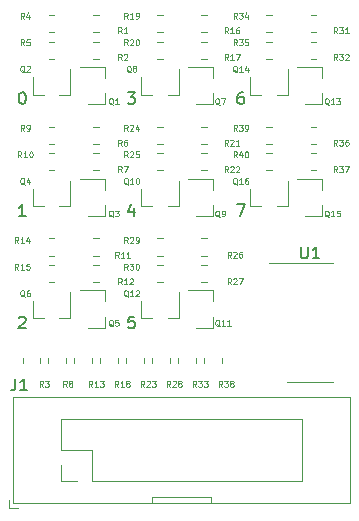
<source format=gto>
%TF.GenerationSoftware,KiCad,Pcbnew,(5.1.9)-1*%
%TF.CreationDate,2021-06-12T20:27:07+01:00*%
%TF.ProjectId,ModulePullUpDown,4d6f6475-6c65-4507-956c-6c5570446f77,rev?*%
%TF.SameCoordinates,Original*%
%TF.FileFunction,Legend,Top*%
%TF.FilePolarity,Positive*%
%FSLAX46Y46*%
G04 Gerber Fmt 4.6, Leading zero omitted, Abs format (unit mm)*
G04 Created by KiCad (PCBNEW (5.1.9)-1) date 2021-06-12 20:27:07*
%MOMM*%
%LPD*%
G01*
G04 APERTURE LIST*
%ADD10C,0.120000*%
%ADD11C,0.150000*%
%ADD12C,0.100000*%
%ADD13R,1.700000X1.700000*%
%ADD14O,1.700000X1.700000*%
%ADD15R,0.800000X0.900000*%
%ADD16R,0.900000X0.800000*%
G04 APERTURE END LIST*
D10*
X20400000Y-71400000D02*
X20400000Y-70700000D01*
X21100000Y-71400000D02*
X20400000Y-71400000D01*
D11*
X39666666Y-45702380D02*
X40333333Y-45702380D01*
X39904761Y-46702380D01*
X40190476Y-36202380D02*
X40000000Y-36202380D01*
X39904761Y-36250000D01*
X39857142Y-36297619D01*
X39761904Y-36440476D01*
X39714285Y-36630952D01*
X39714285Y-37011904D01*
X39761904Y-37107142D01*
X39809523Y-37154761D01*
X39904761Y-37202380D01*
X40095238Y-37202380D01*
X40190476Y-37154761D01*
X40238095Y-37107142D01*
X40285714Y-37011904D01*
X40285714Y-36773809D01*
X40238095Y-36678571D01*
X40190476Y-36630952D01*
X40095238Y-36583333D01*
X39904761Y-36583333D01*
X39809523Y-36630952D01*
X39761904Y-36678571D01*
X39714285Y-36773809D01*
X30988095Y-55202380D02*
X30511904Y-55202380D01*
X30464285Y-55678571D01*
X30511904Y-55630952D01*
X30607142Y-55583333D01*
X30845238Y-55583333D01*
X30940476Y-55630952D01*
X30988095Y-55678571D01*
X31035714Y-55773809D01*
X31035714Y-56011904D01*
X30988095Y-56107142D01*
X30940476Y-56154761D01*
X30845238Y-56202380D01*
X30607142Y-56202380D01*
X30511904Y-56154761D01*
X30464285Y-56107142D01*
X30940476Y-46035714D02*
X30940476Y-46702380D01*
X30702380Y-45654761D02*
X30464285Y-46369047D01*
X31083333Y-46369047D01*
X30416666Y-36202380D02*
X31035714Y-36202380D01*
X30702380Y-36583333D01*
X30845238Y-36583333D01*
X30940476Y-36630952D01*
X30988095Y-36678571D01*
X31035714Y-36773809D01*
X31035714Y-37011904D01*
X30988095Y-37107142D01*
X30940476Y-37154761D01*
X30845238Y-37202380D01*
X30559523Y-37202380D01*
X30464285Y-37154761D01*
X30416666Y-37107142D01*
X21214285Y-55297619D02*
X21261904Y-55250000D01*
X21357142Y-55202380D01*
X21595238Y-55202380D01*
X21690476Y-55250000D01*
X21738095Y-55297619D01*
X21785714Y-55392857D01*
X21785714Y-55488095D01*
X21738095Y-55630952D01*
X21166666Y-56202380D01*
X21785714Y-56202380D01*
X21785714Y-46702380D02*
X21214285Y-46702380D01*
X21500000Y-46702380D02*
X21500000Y-45702380D01*
X21404761Y-45845238D01*
X21309523Y-45940476D01*
X21214285Y-45988095D01*
X21452380Y-36202380D02*
X21547619Y-36202380D01*
X21642857Y-36250000D01*
X21690476Y-36297619D01*
X21738095Y-36392857D01*
X21785714Y-36583333D01*
X21785714Y-36821428D01*
X21738095Y-37011904D01*
X21690476Y-37107142D01*
X21642857Y-37154761D01*
X21547619Y-37202380D01*
X21452380Y-37202380D01*
X21357142Y-37154761D01*
X21309523Y-37107142D01*
X21261904Y-37011904D01*
X21214285Y-36821428D01*
X21214285Y-36583333D01*
X21261904Y-36392857D01*
X21309523Y-36297619D01*
X21357142Y-36250000D01*
X21452380Y-36202380D01*
D10*
%TO.C,J1*%
X37500000Y-70500000D02*
X37500000Y-71000000D01*
X32500000Y-70500000D02*
X37500000Y-70500000D01*
X32500000Y-71000000D02*
X32500000Y-70500000D01*
X49250000Y-71000000D02*
X35000000Y-71000000D01*
X49250000Y-62000000D02*
X49250000Y-71000000D01*
X20750000Y-62000000D02*
X49250000Y-62000000D01*
X20750000Y-71000000D02*
X20750000Y-62000000D01*
X35000000Y-71000000D02*
X20750000Y-71000000D01*
X24780000Y-69100000D02*
X24780000Y-67770000D01*
X26110000Y-69100000D02*
X24780000Y-69100000D01*
X24780000Y-66500000D02*
X24780000Y-63900000D01*
X27380000Y-66500000D02*
X24780000Y-66500000D01*
X27380000Y-69100000D02*
X27380000Y-66500000D01*
X24780000Y-63900000D02*
X45220000Y-63900000D01*
X27380000Y-69100000D02*
X45220000Y-69100000D01*
X45220000Y-69100000D02*
X45220000Y-63900000D01*
%TO.C,R38*%
X38391000Y-59151064D02*
X38391000Y-58696936D01*
X36921000Y-59151064D02*
X36921000Y-58696936D01*
%TO.C,R33*%
X36191000Y-59138564D02*
X36191000Y-58684436D01*
X34721000Y-59138564D02*
X34721000Y-58684436D01*
%TO.C,R28*%
X33991000Y-59138564D02*
X33991000Y-58684436D01*
X32521000Y-59138564D02*
X32521000Y-58684436D01*
%TO.C,R23*%
X31791000Y-59138564D02*
X31791000Y-58684436D01*
X30321000Y-59138564D02*
X30321000Y-58684436D01*
%TO.C,R18*%
X29591000Y-59163564D02*
X29591000Y-58709436D01*
X28121000Y-59163564D02*
X28121000Y-58709436D01*
%TO.C,R13*%
X27391000Y-59163564D02*
X27391000Y-58709436D01*
X25921000Y-59163564D02*
X25921000Y-58709436D01*
%TO.C,R8*%
X25191000Y-59163564D02*
X25191000Y-58709436D01*
X23721000Y-59163564D02*
X23721000Y-58709436D01*
%TO.C,R3*%
X22991000Y-59163564D02*
X22991000Y-58709436D01*
X21521000Y-59163564D02*
X21521000Y-58709436D01*
%TO.C,U1*%
X45856000Y-50664000D02*
X42406000Y-50664000D01*
X45856000Y-50664000D02*
X47806000Y-50664000D01*
X45856000Y-60784000D02*
X43906000Y-60784000D01*
X45856000Y-60784000D02*
X47806000Y-60784000D01*
%TO.C,R40*%
X42172936Y-41365000D02*
X42627064Y-41365000D01*
X42172936Y-42835000D02*
X42627064Y-42835000D01*
%TO.C,R39*%
X42172936Y-39115000D02*
X42627064Y-39115000D01*
X42172936Y-40585000D02*
X42627064Y-40585000D01*
%TO.C,R37*%
X45922936Y-41365000D02*
X46377064Y-41365000D01*
X45922936Y-42835000D02*
X46377064Y-42835000D01*
%TO.C,R36*%
X45922936Y-39115000D02*
X46377064Y-39115000D01*
X45922936Y-40585000D02*
X46377064Y-40585000D01*
%TO.C,R35*%
X42172936Y-31915000D02*
X42627064Y-31915000D01*
X42172936Y-33385000D02*
X42627064Y-33385000D01*
%TO.C,R34*%
X42172936Y-29665000D02*
X42627064Y-29665000D01*
X42172936Y-31135000D02*
X42627064Y-31135000D01*
%TO.C,R32*%
X45922936Y-31915000D02*
X46377064Y-31915000D01*
X45922936Y-33385000D02*
X46377064Y-33385000D01*
%TO.C,R31*%
X45922936Y-29665000D02*
X46377064Y-29665000D01*
X45922936Y-31135000D02*
X46377064Y-31135000D01*
%TO.C,R30*%
X32922936Y-50815000D02*
X33377064Y-50815000D01*
X32922936Y-52285000D02*
X33377064Y-52285000D01*
%TO.C,R29*%
X32922936Y-48565000D02*
X33377064Y-48565000D01*
X32922936Y-50035000D02*
X33377064Y-50035000D01*
%TO.C,R27*%
X36672936Y-50815000D02*
X37127064Y-50815000D01*
X36672936Y-52285000D02*
X37127064Y-52285000D01*
%TO.C,R26*%
X36672936Y-48565000D02*
X37127064Y-48565000D01*
X36672936Y-50035000D02*
X37127064Y-50035000D01*
%TO.C,R25*%
X32922936Y-41365000D02*
X33377064Y-41365000D01*
X32922936Y-42835000D02*
X33377064Y-42835000D01*
%TO.C,R24*%
X32922936Y-39115000D02*
X33377064Y-39115000D01*
X32922936Y-40585000D02*
X33377064Y-40585000D01*
%TO.C,R22*%
X36672936Y-41365000D02*
X37127064Y-41365000D01*
X36672936Y-42835000D02*
X37127064Y-42835000D01*
%TO.C,R21*%
X36672936Y-39115000D02*
X37127064Y-39115000D01*
X36672936Y-40585000D02*
X37127064Y-40585000D01*
%TO.C,R20*%
X32922936Y-31915000D02*
X33377064Y-31915000D01*
X32922936Y-33385000D02*
X33377064Y-33385000D01*
%TO.C,R19*%
X32922936Y-29665000D02*
X33377064Y-29665000D01*
X32922936Y-31135000D02*
X33377064Y-31135000D01*
%TO.C,R17*%
X36672936Y-31915000D02*
X37127064Y-31915000D01*
X36672936Y-33385000D02*
X37127064Y-33385000D01*
%TO.C,R16*%
X36672936Y-29665000D02*
X37127064Y-29665000D01*
X36672936Y-31135000D02*
X37127064Y-31135000D01*
%TO.C,R15*%
X23772936Y-50815000D02*
X24227064Y-50815000D01*
X23772936Y-52285000D02*
X24227064Y-52285000D01*
%TO.C,R14*%
X23772936Y-48565000D02*
X24227064Y-48565000D01*
X23772936Y-50035000D02*
X24227064Y-50035000D01*
%TO.C,R12*%
X27522936Y-50815000D02*
X27977064Y-50815000D01*
X27522936Y-52285000D02*
X27977064Y-52285000D01*
%TO.C,R11*%
X27522936Y-48565000D02*
X27977064Y-48565000D01*
X27522936Y-50035000D02*
X27977064Y-50035000D01*
%TO.C,R10*%
X23772936Y-41365000D02*
X24227064Y-41365000D01*
X23772936Y-42835000D02*
X24227064Y-42835000D01*
%TO.C,R9*%
X23772936Y-39115000D02*
X24227064Y-39115000D01*
X23772936Y-40585000D02*
X24227064Y-40585000D01*
%TO.C,R7*%
X27522936Y-41365000D02*
X27977064Y-41365000D01*
X27522936Y-42835000D02*
X27977064Y-42835000D01*
%TO.C,R6*%
X27522936Y-39115000D02*
X27977064Y-39115000D01*
X27522936Y-40585000D02*
X27977064Y-40585000D01*
%TO.C,Q16*%
X40820000Y-45860000D02*
X41750000Y-45860000D01*
X43980000Y-45860000D02*
X43050000Y-45860000D01*
X43980000Y-45860000D02*
X43980000Y-43700000D01*
X40820000Y-45860000D02*
X40820000Y-44400000D01*
%TO.C,Q15*%
X46910000Y-46680000D02*
X46910000Y-45750000D01*
X46910000Y-43520000D02*
X46910000Y-44450000D01*
X46910000Y-43520000D02*
X44750000Y-43520000D01*
X46910000Y-46680000D02*
X45450000Y-46680000D01*
%TO.C,Q14*%
X40820000Y-36410000D02*
X41750000Y-36410000D01*
X43980000Y-36410000D02*
X43050000Y-36410000D01*
X43980000Y-36410000D02*
X43980000Y-34250000D01*
X40820000Y-36410000D02*
X40820000Y-34950000D01*
%TO.C,Q13*%
X46910000Y-37230000D02*
X46910000Y-36300000D01*
X46910000Y-34070000D02*
X46910000Y-35000000D01*
X46910000Y-34070000D02*
X44750000Y-34070000D01*
X46910000Y-37230000D02*
X45450000Y-37230000D01*
%TO.C,Q12*%
X31570000Y-55310000D02*
X32500000Y-55310000D01*
X34730000Y-55310000D02*
X33800000Y-55310000D01*
X34730000Y-55310000D02*
X34730000Y-53150000D01*
X31570000Y-55310000D02*
X31570000Y-53850000D01*
%TO.C,Q11*%
X37660000Y-56130000D02*
X37660000Y-55200000D01*
X37660000Y-52970000D02*
X37660000Y-53900000D01*
X37660000Y-52970000D02*
X35500000Y-52970000D01*
X37660000Y-56130000D02*
X36200000Y-56130000D01*
%TO.C,Q10*%
X31570000Y-45860000D02*
X32500000Y-45860000D01*
X34730000Y-45860000D02*
X33800000Y-45860000D01*
X34730000Y-45860000D02*
X34730000Y-43700000D01*
X31570000Y-45860000D02*
X31570000Y-44400000D01*
%TO.C,Q9*%
X37660000Y-46680000D02*
X37660000Y-45750000D01*
X37660000Y-43520000D02*
X37660000Y-44450000D01*
X37660000Y-43520000D02*
X35500000Y-43520000D01*
X37660000Y-46680000D02*
X36200000Y-46680000D01*
%TO.C,Q8*%
X31570000Y-36410000D02*
X32500000Y-36410000D01*
X34730000Y-36410000D02*
X33800000Y-36410000D01*
X34730000Y-36410000D02*
X34730000Y-34250000D01*
X31570000Y-36410000D02*
X31570000Y-34950000D01*
%TO.C,Q7*%
X37660000Y-37230000D02*
X37660000Y-36300000D01*
X37660000Y-34070000D02*
X37660000Y-35000000D01*
X37660000Y-34070000D02*
X35500000Y-34070000D01*
X37660000Y-37230000D02*
X36200000Y-37230000D01*
%TO.C,Q6*%
X22420000Y-55310000D02*
X23350000Y-55310000D01*
X25580000Y-55310000D02*
X24650000Y-55310000D01*
X25580000Y-55310000D02*
X25580000Y-53150000D01*
X22420000Y-55310000D02*
X22420000Y-53850000D01*
%TO.C,Q5*%
X28510000Y-56130000D02*
X28510000Y-55200000D01*
X28510000Y-52970000D02*
X28510000Y-53900000D01*
X28510000Y-52970000D02*
X26350000Y-52970000D01*
X28510000Y-56130000D02*
X27050000Y-56130000D01*
%TO.C,Q4*%
X22420000Y-45860000D02*
X23350000Y-45860000D01*
X25580000Y-45860000D02*
X24650000Y-45860000D01*
X25580000Y-45860000D02*
X25580000Y-43700000D01*
X22420000Y-45860000D02*
X22420000Y-44400000D01*
%TO.C,Q3*%
X28510000Y-46680000D02*
X28510000Y-45750000D01*
X28510000Y-43520000D02*
X28510000Y-44450000D01*
X28510000Y-43520000D02*
X26350000Y-43520000D01*
X28510000Y-46680000D02*
X27050000Y-46680000D01*
%TO.C,R5*%
X23772936Y-31915000D02*
X24227064Y-31915000D01*
X23772936Y-33385000D02*
X24227064Y-33385000D01*
%TO.C,R4*%
X23772936Y-29665000D02*
X24227064Y-29665000D01*
X23772936Y-31135000D02*
X24227064Y-31135000D01*
%TO.C,R2*%
X27522936Y-31915000D02*
X27977064Y-31915000D01*
X27522936Y-33385000D02*
X27977064Y-33385000D01*
%TO.C,R1*%
X27522936Y-29665000D02*
X27977064Y-29665000D01*
X27522936Y-31135000D02*
X27977064Y-31135000D01*
%TO.C,Q2*%
X22420000Y-36410000D02*
X23350000Y-36410000D01*
X25580000Y-36410000D02*
X24650000Y-36410000D01*
X25580000Y-36410000D02*
X25580000Y-34250000D01*
X22420000Y-36410000D02*
X22420000Y-34950000D01*
%TO.C,Q1*%
X28510000Y-37230000D02*
X28510000Y-36300000D01*
X28510000Y-34070000D02*
X28510000Y-35000000D01*
X28510000Y-34070000D02*
X26350000Y-34070000D01*
X28510000Y-37230000D02*
X27050000Y-37230000D01*
%TO.C,J1*%
D11*
X20916666Y-60452380D02*
X20916666Y-61166666D01*
X20869047Y-61309523D01*
X20773809Y-61404761D01*
X20630952Y-61452380D01*
X20535714Y-61452380D01*
X21916666Y-61452380D02*
X21345238Y-61452380D01*
X21630952Y-61452380D02*
X21630952Y-60452380D01*
X21535714Y-60595238D01*
X21440476Y-60690476D01*
X21345238Y-60738095D01*
%TO.C,R38*%
D12*
X38434571Y-61150190D02*
X38267904Y-60912095D01*
X38148857Y-61150190D02*
X38148857Y-60650190D01*
X38339333Y-60650190D01*
X38386952Y-60674000D01*
X38410761Y-60697809D01*
X38434571Y-60745428D01*
X38434571Y-60816857D01*
X38410761Y-60864476D01*
X38386952Y-60888285D01*
X38339333Y-60912095D01*
X38148857Y-60912095D01*
X38601238Y-60650190D02*
X38910761Y-60650190D01*
X38744095Y-60840666D01*
X38815523Y-60840666D01*
X38863142Y-60864476D01*
X38886952Y-60888285D01*
X38910761Y-60935904D01*
X38910761Y-61054952D01*
X38886952Y-61102571D01*
X38863142Y-61126380D01*
X38815523Y-61150190D01*
X38672666Y-61150190D01*
X38625047Y-61126380D01*
X38601238Y-61102571D01*
X39196476Y-60864476D02*
X39148857Y-60840666D01*
X39125047Y-60816857D01*
X39101238Y-60769238D01*
X39101238Y-60745428D01*
X39125047Y-60697809D01*
X39148857Y-60674000D01*
X39196476Y-60650190D01*
X39291714Y-60650190D01*
X39339333Y-60674000D01*
X39363142Y-60697809D01*
X39386952Y-60745428D01*
X39386952Y-60769238D01*
X39363142Y-60816857D01*
X39339333Y-60840666D01*
X39291714Y-60864476D01*
X39196476Y-60864476D01*
X39148857Y-60888285D01*
X39125047Y-60912095D01*
X39101238Y-60959714D01*
X39101238Y-61054952D01*
X39125047Y-61102571D01*
X39148857Y-61126380D01*
X39196476Y-61150190D01*
X39291714Y-61150190D01*
X39339333Y-61126380D01*
X39363142Y-61102571D01*
X39386952Y-61054952D01*
X39386952Y-60959714D01*
X39363142Y-60912095D01*
X39339333Y-60888285D01*
X39291714Y-60864476D01*
%TO.C,R33*%
X36234571Y-61150190D02*
X36067904Y-60912095D01*
X35948857Y-61150190D02*
X35948857Y-60650190D01*
X36139333Y-60650190D01*
X36186952Y-60674000D01*
X36210761Y-60697809D01*
X36234571Y-60745428D01*
X36234571Y-60816857D01*
X36210761Y-60864476D01*
X36186952Y-60888285D01*
X36139333Y-60912095D01*
X35948857Y-60912095D01*
X36401238Y-60650190D02*
X36710761Y-60650190D01*
X36544095Y-60840666D01*
X36615523Y-60840666D01*
X36663142Y-60864476D01*
X36686952Y-60888285D01*
X36710761Y-60935904D01*
X36710761Y-61054952D01*
X36686952Y-61102571D01*
X36663142Y-61126380D01*
X36615523Y-61150190D01*
X36472666Y-61150190D01*
X36425047Y-61126380D01*
X36401238Y-61102571D01*
X36877428Y-60650190D02*
X37186952Y-60650190D01*
X37020285Y-60840666D01*
X37091714Y-60840666D01*
X37139333Y-60864476D01*
X37163142Y-60888285D01*
X37186952Y-60935904D01*
X37186952Y-61054952D01*
X37163142Y-61102571D01*
X37139333Y-61126380D01*
X37091714Y-61150190D01*
X36948857Y-61150190D01*
X36901238Y-61126380D01*
X36877428Y-61102571D01*
%TO.C,R28*%
X34034571Y-61150190D02*
X33867904Y-60912095D01*
X33748857Y-61150190D02*
X33748857Y-60650190D01*
X33939333Y-60650190D01*
X33986952Y-60674000D01*
X34010761Y-60697809D01*
X34034571Y-60745428D01*
X34034571Y-60816857D01*
X34010761Y-60864476D01*
X33986952Y-60888285D01*
X33939333Y-60912095D01*
X33748857Y-60912095D01*
X34225047Y-60697809D02*
X34248857Y-60674000D01*
X34296476Y-60650190D01*
X34415523Y-60650190D01*
X34463142Y-60674000D01*
X34486952Y-60697809D01*
X34510761Y-60745428D01*
X34510761Y-60793047D01*
X34486952Y-60864476D01*
X34201238Y-61150190D01*
X34510761Y-61150190D01*
X34796476Y-60864476D02*
X34748857Y-60840666D01*
X34725047Y-60816857D01*
X34701238Y-60769238D01*
X34701238Y-60745428D01*
X34725047Y-60697809D01*
X34748857Y-60674000D01*
X34796476Y-60650190D01*
X34891714Y-60650190D01*
X34939333Y-60674000D01*
X34963142Y-60697809D01*
X34986952Y-60745428D01*
X34986952Y-60769238D01*
X34963142Y-60816857D01*
X34939333Y-60840666D01*
X34891714Y-60864476D01*
X34796476Y-60864476D01*
X34748857Y-60888285D01*
X34725047Y-60912095D01*
X34701238Y-60959714D01*
X34701238Y-61054952D01*
X34725047Y-61102571D01*
X34748857Y-61126380D01*
X34796476Y-61150190D01*
X34891714Y-61150190D01*
X34939333Y-61126380D01*
X34963142Y-61102571D01*
X34986952Y-61054952D01*
X34986952Y-60959714D01*
X34963142Y-60912095D01*
X34939333Y-60888285D01*
X34891714Y-60864476D01*
%TO.C,R23*%
X31834571Y-61150190D02*
X31667904Y-60912095D01*
X31548857Y-61150190D02*
X31548857Y-60650190D01*
X31739333Y-60650190D01*
X31786952Y-60674000D01*
X31810761Y-60697809D01*
X31834571Y-60745428D01*
X31834571Y-60816857D01*
X31810761Y-60864476D01*
X31786952Y-60888285D01*
X31739333Y-60912095D01*
X31548857Y-60912095D01*
X32025047Y-60697809D02*
X32048857Y-60674000D01*
X32096476Y-60650190D01*
X32215523Y-60650190D01*
X32263142Y-60674000D01*
X32286952Y-60697809D01*
X32310761Y-60745428D01*
X32310761Y-60793047D01*
X32286952Y-60864476D01*
X32001238Y-61150190D01*
X32310761Y-61150190D01*
X32477428Y-60650190D02*
X32786952Y-60650190D01*
X32620285Y-60840666D01*
X32691714Y-60840666D01*
X32739333Y-60864476D01*
X32763142Y-60888285D01*
X32786952Y-60935904D01*
X32786952Y-61054952D01*
X32763142Y-61102571D01*
X32739333Y-61126380D01*
X32691714Y-61150190D01*
X32548857Y-61150190D01*
X32501238Y-61126380D01*
X32477428Y-61102571D01*
%TO.C,R18*%
X29634571Y-61150190D02*
X29467904Y-60912095D01*
X29348857Y-61150190D02*
X29348857Y-60650190D01*
X29539333Y-60650190D01*
X29586952Y-60674000D01*
X29610761Y-60697809D01*
X29634571Y-60745428D01*
X29634571Y-60816857D01*
X29610761Y-60864476D01*
X29586952Y-60888285D01*
X29539333Y-60912095D01*
X29348857Y-60912095D01*
X30110761Y-61150190D02*
X29825047Y-61150190D01*
X29967904Y-61150190D02*
X29967904Y-60650190D01*
X29920285Y-60721619D01*
X29872666Y-60769238D01*
X29825047Y-60793047D01*
X30396476Y-60864476D02*
X30348857Y-60840666D01*
X30325047Y-60816857D01*
X30301238Y-60769238D01*
X30301238Y-60745428D01*
X30325047Y-60697809D01*
X30348857Y-60674000D01*
X30396476Y-60650190D01*
X30491714Y-60650190D01*
X30539333Y-60674000D01*
X30563142Y-60697809D01*
X30586952Y-60745428D01*
X30586952Y-60769238D01*
X30563142Y-60816857D01*
X30539333Y-60840666D01*
X30491714Y-60864476D01*
X30396476Y-60864476D01*
X30348857Y-60888285D01*
X30325047Y-60912095D01*
X30301238Y-60959714D01*
X30301238Y-61054952D01*
X30325047Y-61102571D01*
X30348857Y-61126380D01*
X30396476Y-61150190D01*
X30491714Y-61150190D01*
X30539333Y-61126380D01*
X30563142Y-61102571D01*
X30586952Y-61054952D01*
X30586952Y-60959714D01*
X30563142Y-60912095D01*
X30539333Y-60888285D01*
X30491714Y-60864476D01*
%TO.C,R13*%
X27434571Y-61150190D02*
X27267904Y-60912095D01*
X27148857Y-61150190D02*
X27148857Y-60650190D01*
X27339333Y-60650190D01*
X27386952Y-60674000D01*
X27410761Y-60697809D01*
X27434571Y-60745428D01*
X27434571Y-60816857D01*
X27410761Y-60864476D01*
X27386952Y-60888285D01*
X27339333Y-60912095D01*
X27148857Y-60912095D01*
X27910761Y-61150190D02*
X27625047Y-61150190D01*
X27767904Y-61150190D02*
X27767904Y-60650190D01*
X27720285Y-60721619D01*
X27672666Y-60769238D01*
X27625047Y-60793047D01*
X28077428Y-60650190D02*
X28386952Y-60650190D01*
X28220285Y-60840666D01*
X28291714Y-60840666D01*
X28339333Y-60864476D01*
X28363142Y-60888285D01*
X28386952Y-60935904D01*
X28386952Y-61054952D01*
X28363142Y-61102571D01*
X28339333Y-61126380D01*
X28291714Y-61150190D01*
X28148857Y-61150190D01*
X28101238Y-61126380D01*
X28077428Y-61102571D01*
%TO.C,R8*%
X25272666Y-61150190D02*
X25106000Y-60912095D01*
X24986952Y-61150190D02*
X24986952Y-60650190D01*
X25177428Y-60650190D01*
X25225047Y-60674000D01*
X25248857Y-60697809D01*
X25272666Y-60745428D01*
X25272666Y-60816857D01*
X25248857Y-60864476D01*
X25225047Y-60888285D01*
X25177428Y-60912095D01*
X24986952Y-60912095D01*
X25558380Y-60864476D02*
X25510761Y-60840666D01*
X25486952Y-60816857D01*
X25463142Y-60769238D01*
X25463142Y-60745428D01*
X25486952Y-60697809D01*
X25510761Y-60674000D01*
X25558380Y-60650190D01*
X25653619Y-60650190D01*
X25701238Y-60674000D01*
X25725047Y-60697809D01*
X25748857Y-60745428D01*
X25748857Y-60769238D01*
X25725047Y-60816857D01*
X25701238Y-60840666D01*
X25653619Y-60864476D01*
X25558380Y-60864476D01*
X25510761Y-60888285D01*
X25486952Y-60912095D01*
X25463142Y-60959714D01*
X25463142Y-61054952D01*
X25486952Y-61102571D01*
X25510761Y-61126380D01*
X25558380Y-61150190D01*
X25653619Y-61150190D01*
X25701238Y-61126380D01*
X25725047Y-61102571D01*
X25748857Y-61054952D01*
X25748857Y-60959714D01*
X25725047Y-60912095D01*
X25701238Y-60888285D01*
X25653619Y-60864476D01*
%TO.C,R3*%
X23247666Y-61150190D02*
X23081000Y-60912095D01*
X22961952Y-61150190D02*
X22961952Y-60650190D01*
X23152428Y-60650190D01*
X23200047Y-60674000D01*
X23223857Y-60697809D01*
X23247666Y-60745428D01*
X23247666Y-60816857D01*
X23223857Y-60864476D01*
X23200047Y-60888285D01*
X23152428Y-60912095D01*
X22961952Y-60912095D01*
X23414333Y-60650190D02*
X23723857Y-60650190D01*
X23557190Y-60840666D01*
X23628619Y-60840666D01*
X23676238Y-60864476D01*
X23700047Y-60888285D01*
X23723857Y-60935904D01*
X23723857Y-61054952D01*
X23700047Y-61102571D01*
X23676238Y-61126380D01*
X23628619Y-61150190D01*
X23485761Y-61150190D01*
X23438142Y-61126380D01*
X23414333Y-61102571D01*
%TO.C,U1*%
D11*
X45094095Y-49276380D02*
X45094095Y-50085904D01*
X45141714Y-50181142D01*
X45189333Y-50228761D01*
X45284571Y-50276380D01*
X45475047Y-50276380D01*
X45570285Y-50228761D01*
X45617904Y-50181142D01*
X45665523Y-50085904D01*
X45665523Y-49276380D01*
X46665523Y-50276380D02*
X46094095Y-50276380D01*
X46379809Y-50276380D02*
X46379809Y-49276380D01*
X46284571Y-49419238D01*
X46189333Y-49514476D01*
X46094095Y-49562095D01*
%TO.C,R40*%
D12*
X39678571Y-41726190D02*
X39511904Y-41488095D01*
X39392857Y-41726190D02*
X39392857Y-41226190D01*
X39583333Y-41226190D01*
X39630952Y-41250000D01*
X39654761Y-41273809D01*
X39678571Y-41321428D01*
X39678571Y-41392857D01*
X39654761Y-41440476D01*
X39630952Y-41464285D01*
X39583333Y-41488095D01*
X39392857Y-41488095D01*
X40107142Y-41392857D02*
X40107142Y-41726190D01*
X39988095Y-41202380D02*
X39869047Y-41559523D01*
X40178571Y-41559523D01*
X40464285Y-41226190D02*
X40511904Y-41226190D01*
X40559523Y-41250000D01*
X40583333Y-41273809D01*
X40607142Y-41321428D01*
X40630952Y-41416666D01*
X40630952Y-41535714D01*
X40607142Y-41630952D01*
X40583333Y-41678571D01*
X40559523Y-41702380D01*
X40511904Y-41726190D01*
X40464285Y-41726190D01*
X40416666Y-41702380D01*
X40392857Y-41678571D01*
X40369047Y-41630952D01*
X40345238Y-41535714D01*
X40345238Y-41416666D01*
X40369047Y-41321428D01*
X40392857Y-41273809D01*
X40416666Y-41250000D01*
X40464285Y-41226190D01*
%TO.C,R39*%
X39678571Y-39476190D02*
X39511904Y-39238095D01*
X39392857Y-39476190D02*
X39392857Y-38976190D01*
X39583333Y-38976190D01*
X39630952Y-39000000D01*
X39654761Y-39023809D01*
X39678571Y-39071428D01*
X39678571Y-39142857D01*
X39654761Y-39190476D01*
X39630952Y-39214285D01*
X39583333Y-39238095D01*
X39392857Y-39238095D01*
X39845238Y-38976190D02*
X40154761Y-38976190D01*
X39988095Y-39166666D01*
X40059523Y-39166666D01*
X40107142Y-39190476D01*
X40130952Y-39214285D01*
X40154761Y-39261904D01*
X40154761Y-39380952D01*
X40130952Y-39428571D01*
X40107142Y-39452380D01*
X40059523Y-39476190D01*
X39916666Y-39476190D01*
X39869047Y-39452380D01*
X39845238Y-39428571D01*
X40392857Y-39476190D02*
X40488095Y-39476190D01*
X40535714Y-39452380D01*
X40559523Y-39428571D01*
X40607142Y-39357142D01*
X40630952Y-39261904D01*
X40630952Y-39071428D01*
X40607142Y-39023809D01*
X40583333Y-39000000D01*
X40535714Y-38976190D01*
X40440476Y-38976190D01*
X40392857Y-39000000D01*
X40369047Y-39023809D01*
X40345238Y-39071428D01*
X40345238Y-39190476D01*
X40369047Y-39238095D01*
X40392857Y-39261904D01*
X40440476Y-39285714D01*
X40535714Y-39285714D01*
X40583333Y-39261904D01*
X40607142Y-39238095D01*
X40630952Y-39190476D01*
%TO.C,R37*%
X48178571Y-42976190D02*
X48011904Y-42738095D01*
X47892857Y-42976190D02*
X47892857Y-42476190D01*
X48083333Y-42476190D01*
X48130952Y-42500000D01*
X48154761Y-42523809D01*
X48178571Y-42571428D01*
X48178571Y-42642857D01*
X48154761Y-42690476D01*
X48130952Y-42714285D01*
X48083333Y-42738095D01*
X47892857Y-42738095D01*
X48345238Y-42476190D02*
X48654761Y-42476190D01*
X48488095Y-42666666D01*
X48559523Y-42666666D01*
X48607142Y-42690476D01*
X48630952Y-42714285D01*
X48654761Y-42761904D01*
X48654761Y-42880952D01*
X48630952Y-42928571D01*
X48607142Y-42952380D01*
X48559523Y-42976190D01*
X48416666Y-42976190D01*
X48369047Y-42952380D01*
X48345238Y-42928571D01*
X48821428Y-42476190D02*
X49154761Y-42476190D01*
X48940476Y-42976190D01*
%TO.C,R36*%
X48178571Y-40726190D02*
X48011904Y-40488095D01*
X47892857Y-40726190D02*
X47892857Y-40226190D01*
X48083333Y-40226190D01*
X48130952Y-40250000D01*
X48154761Y-40273809D01*
X48178571Y-40321428D01*
X48178571Y-40392857D01*
X48154761Y-40440476D01*
X48130952Y-40464285D01*
X48083333Y-40488095D01*
X47892857Y-40488095D01*
X48345238Y-40226190D02*
X48654761Y-40226190D01*
X48488095Y-40416666D01*
X48559523Y-40416666D01*
X48607142Y-40440476D01*
X48630952Y-40464285D01*
X48654761Y-40511904D01*
X48654761Y-40630952D01*
X48630952Y-40678571D01*
X48607142Y-40702380D01*
X48559523Y-40726190D01*
X48416666Y-40726190D01*
X48369047Y-40702380D01*
X48345238Y-40678571D01*
X49083333Y-40226190D02*
X48988095Y-40226190D01*
X48940476Y-40250000D01*
X48916666Y-40273809D01*
X48869047Y-40345238D01*
X48845238Y-40440476D01*
X48845238Y-40630952D01*
X48869047Y-40678571D01*
X48892857Y-40702380D01*
X48940476Y-40726190D01*
X49035714Y-40726190D01*
X49083333Y-40702380D01*
X49107142Y-40678571D01*
X49130952Y-40630952D01*
X49130952Y-40511904D01*
X49107142Y-40464285D01*
X49083333Y-40440476D01*
X49035714Y-40416666D01*
X48940476Y-40416666D01*
X48892857Y-40440476D01*
X48869047Y-40464285D01*
X48845238Y-40511904D01*
%TO.C,R35*%
X39678571Y-32226190D02*
X39511904Y-31988095D01*
X39392857Y-32226190D02*
X39392857Y-31726190D01*
X39583333Y-31726190D01*
X39630952Y-31750000D01*
X39654761Y-31773809D01*
X39678571Y-31821428D01*
X39678571Y-31892857D01*
X39654761Y-31940476D01*
X39630952Y-31964285D01*
X39583333Y-31988095D01*
X39392857Y-31988095D01*
X39845238Y-31726190D02*
X40154761Y-31726190D01*
X39988095Y-31916666D01*
X40059523Y-31916666D01*
X40107142Y-31940476D01*
X40130952Y-31964285D01*
X40154761Y-32011904D01*
X40154761Y-32130952D01*
X40130952Y-32178571D01*
X40107142Y-32202380D01*
X40059523Y-32226190D01*
X39916666Y-32226190D01*
X39869047Y-32202380D01*
X39845238Y-32178571D01*
X40607142Y-31726190D02*
X40369047Y-31726190D01*
X40345238Y-31964285D01*
X40369047Y-31940476D01*
X40416666Y-31916666D01*
X40535714Y-31916666D01*
X40583333Y-31940476D01*
X40607142Y-31964285D01*
X40630952Y-32011904D01*
X40630952Y-32130952D01*
X40607142Y-32178571D01*
X40583333Y-32202380D01*
X40535714Y-32226190D01*
X40416666Y-32226190D01*
X40369047Y-32202380D01*
X40345238Y-32178571D01*
%TO.C,R34*%
X39678571Y-29976190D02*
X39511904Y-29738095D01*
X39392857Y-29976190D02*
X39392857Y-29476190D01*
X39583333Y-29476190D01*
X39630952Y-29500000D01*
X39654761Y-29523809D01*
X39678571Y-29571428D01*
X39678571Y-29642857D01*
X39654761Y-29690476D01*
X39630952Y-29714285D01*
X39583333Y-29738095D01*
X39392857Y-29738095D01*
X39845238Y-29476190D02*
X40154761Y-29476190D01*
X39988095Y-29666666D01*
X40059523Y-29666666D01*
X40107142Y-29690476D01*
X40130952Y-29714285D01*
X40154761Y-29761904D01*
X40154761Y-29880952D01*
X40130952Y-29928571D01*
X40107142Y-29952380D01*
X40059523Y-29976190D01*
X39916666Y-29976190D01*
X39869047Y-29952380D01*
X39845238Y-29928571D01*
X40583333Y-29642857D02*
X40583333Y-29976190D01*
X40464285Y-29452380D02*
X40345238Y-29809523D01*
X40654761Y-29809523D01*
%TO.C,R32*%
X48178571Y-33476190D02*
X48011904Y-33238095D01*
X47892857Y-33476190D02*
X47892857Y-32976190D01*
X48083333Y-32976190D01*
X48130952Y-33000000D01*
X48154761Y-33023809D01*
X48178571Y-33071428D01*
X48178571Y-33142857D01*
X48154761Y-33190476D01*
X48130952Y-33214285D01*
X48083333Y-33238095D01*
X47892857Y-33238095D01*
X48345238Y-32976190D02*
X48654761Y-32976190D01*
X48488095Y-33166666D01*
X48559523Y-33166666D01*
X48607142Y-33190476D01*
X48630952Y-33214285D01*
X48654761Y-33261904D01*
X48654761Y-33380952D01*
X48630952Y-33428571D01*
X48607142Y-33452380D01*
X48559523Y-33476190D01*
X48416666Y-33476190D01*
X48369047Y-33452380D01*
X48345238Y-33428571D01*
X48845238Y-33023809D02*
X48869047Y-33000000D01*
X48916666Y-32976190D01*
X49035714Y-32976190D01*
X49083333Y-33000000D01*
X49107142Y-33023809D01*
X49130952Y-33071428D01*
X49130952Y-33119047D01*
X49107142Y-33190476D01*
X48821428Y-33476190D01*
X49130952Y-33476190D01*
%TO.C,R31*%
X48178571Y-31226190D02*
X48011904Y-30988095D01*
X47892857Y-31226190D02*
X47892857Y-30726190D01*
X48083333Y-30726190D01*
X48130952Y-30750000D01*
X48154761Y-30773809D01*
X48178571Y-30821428D01*
X48178571Y-30892857D01*
X48154761Y-30940476D01*
X48130952Y-30964285D01*
X48083333Y-30988095D01*
X47892857Y-30988095D01*
X48345238Y-30726190D02*
X48654761Y-30726190D01*
X48488095Y-30916666D01*
X48559523Y-30916666D01*
X48607142Y-30940476D01*
X48630952Y-30964285D01*
X48654761Y-31011904D01*
X48654761Y-31130952D01*
X48630952Y-31178571D01*
X48607142Y-31202380D01*
X48559523Y-31226190D01*
X48416666Y-31226190D01*
X48369047Y-31202380D01*
X48345238Y-31178571D01*
X49130952Y-31226190D02*
X48845238Y-31226190D01*
X48988095Y-31226190D02*
X48988095Y-30726190D01*
X48940476Y-30797619D01*
X48892857Y-30845238D01*
X48845238Y-30869047D01*
%TO.C,R30*%
X30428571Y-51226190D02*
X30261904Y-50988095D01*
X30142857Y-51226190D02*
X30142857Y-50726190D01*
X30333333Y-50726190D01*
X30380952Y-50750000D01*
X30404761Y-50773809D01*
X30428571Y-50821428D01*
X30428571Y-50892857D01*
X30404761Y-50940476D01*
X30380952Y-50964285D01*
X30333333Y-50988095D01*
X30142857Y-50988095D01*
X30595238Y-50726190D02*
X30904761Y-50726190D01*
X30738095Y-50916666D01*
X30809523Y-50916666D01*
X30857142Y-50940476D01*
X30880952Y-50964285D01*
X30904761Y-51011904D01*
X30904761Y-51130952D01*
X30880952Y-51178571D01*
X30857142Y-51202380D01*
X30809523Y-51226190D01*
X30666666Y-51226190D01*
X30619047Y-51202380D01*
X30595238Y-51178571D01*
X31214285Y-50726190D02*
X31261904Y-50726190D01*
X31309523Y-50750000D01*
X31333333Y-50773809D01*
X31357142Y-50821428D01*
X31380952Y-50916666D01*
X31380952Y-51035714D01*
X31357142Y-51130952D01*
X31333333Y-51178571D01*
X31309523Y-51202380D01*
X31261904Y-51226190D01*
X31214285Y-51226190D01*
X31166666Y-51202380D01*
X31142857Y-51178571D01*
X31119047Y-51130952D01*
X31095238Y-51035714D01*
X31095238Y-50916666D01*
X31119047Y-50821428D01*
X31142857Y-50773809D01*
X31166666Y-50750000D01*
X31214285Y-50726190D01*
%TO.C,R29*%
X30428571Y-48976190D02*
X30261904Y-48738095D01*
X30142857Y-48976190D02*
X30142857Y-48476190D01*
X30333333Y-48476190D01*
X30380952Y-48500000D01*
X30404761Y-48523809D01*
X30428571Y-48571428D01*
X30428571Y-48642857D01*
X30404761Y-48690476D01*
X30380952Y-48714285D01*
X30333333Y-48738095D01*
X30142857Y-48738095D01*
X30619047Y-48523809D02*
X30642857Y-48500000D01*
X30690476Y-48476190D01*
X30809523Y-48476190D01*
X30857142Y-48500000D01*
X30880952Y-48523809D01*
X30904761Y-48571428D01*
X30904761Y-48619047D01*
X30880952Y-48690476D01*
X30595238Y-48976190D01*
X30904761Y-48976190D01*
X31142857Y-48976190D02*
X31238095Y-48976190D01*
X31285714Y-48952380D01*
X31309523Y-48928571D01*
X31357142Y-48857142D01*
X31380952Y-48761904D01*
X31380952Y-48571428D01*
X31357142Y-48523809D01*
X31333333Y-48500000D01*
X31285714Y-48476190D01*
X31190476Y-48476190D01*
X31142857Y-48500000D01*
X31119047Y-48523809D01*
X31095238Y-48571428D01*
X31095238Y-48690476D01*
X31119047Y-48738095D01*
X31142857Y-48761904D01*
X31190476Y-48785714D01*
X31285714Y-48785714D01*
X31333333Y-48761904D01*
X31357142Y-48738095D01*
X31380952Y-48690476D01*
%TO.C,R27*%
X39178571Y-52476190D02*
X39011904Y-52238095D01*
X38892857Y-52476190D02*
X38892857Y-51976190D01*
X39083333Y-51976190D01*
X39130952Y-52000000D01*
X39154761Y-52023809D01*
X39178571Y-52071428D01*
X39178571Y-52142857D01*
X39154761Y-52190476D01*
X39130952Y-52214285D01*
X39083333Y-52238095D01*
X38892857Y-52238095D01*
X39369047Y-52023809D02*
X39392857Y-52000000D01*
X39440476Y-51976190D01*
X39559523Y-51976190D01*
X39607142Y-52000000D01*
X39630952Y-52023809D01*
X39654761Y-52071428D01*
X39654761Y-52119047D01*
X39630952Y-52190476D01*
X39345238Y-52476190D01*
X39654761Y-52476190D01*
X39821428Y-51976190D02*
X40154761Y-51976190D01*
X39940476Y-52476190D01*
%TO.C,R26*%
X39178571Y-50226190D02*
X39011904Y-49988095D01*
X38892857Y-50226190D02*
X38892857Y-49726190D01*
X39083333Y-49726190D01*
X39130952Y-49750000D01*
X39154761Y-49773809D01*
X39178571Y-49821428D01*
X39178571Y-49892857D01*
X39154761Y-49940476D01*
X39130952Y-49964285D01*
X39083333Y-49988095D01*
X38892857Y-49988095D01*
X39369047Y-49773809D02*
X39392857Y-49750000D01*
X39440476Y-49726190D01*
X39559523Y-49726190D01*
X39607142Y-49750000D01*
X39630952Y-49773809D01*
X39654761Y-49821428D01*
X39654761Y-49869047D01*
X39630952Y-49940476D01*
X39345238Y-50226190D01*
X39654761Y-50226190D01*
X40083333Y-49726190D02*
X39988095Y-49726190D01*
X39940476Y-49750000D01*
X39916666Y-49773809D01*
X39869047Y-49845238D01*
X39845238Y-49940476D01*
X39845238Y-50130952D01*
X39869047Y-50178571D01*
X39892857Y-50202380D01*
X39940476Y-50226190D01*
X40035714Y-50226190D01*
X40083333Y-50202380D01*
X40107142Y-50178571D01*
X40130952Y-50130952D01*
X40130952Y-50011904D01*
X40107142Y-49964285D01*
X40083333Y-49940476D01*
X40035714Y-49916666D01*
X39940476Y-49916666D01*
X39892857Y-49940476D01*
X39869047Y-49964285D01*
X39845238Y-50011904D01*
%TO.C,R25*%
X30428571Y-41726190D02*
X30261904Y-41488095D01*
X30142857Y-41726190D02*
X30142857Y-41226190D01*
X30333333Y-41226190D01*
X30380952Y-41250000D01*
X30404761Y-41273809D01*
X30428571Y-41321428D01*
X30428571Y-41392857D01*
X30404761Y-41440476D01*
X30380952Y-41464285D01*
X30333333Y-41488095D01*
X30142857Y-41488095D01*
X30619047Y-41273809D02*
X30642857Y-41250000D01*
X30690476Y-41226190D01*
X30809523Y-41226190D01*
X30857142Y-41250000D01*
X30880952Y-41273809D01*
X30904761Y-41321428D01*
X30904761Y-41369047D01*
X30880952Y-41440476D01*
X30595238Y-41726190D01*
X30904761Y-41726190D01*
X31357142Y-41226190D02*
X31119047Y-41226190D01*
X31095238Y-41464285D01*
X31119047Y-41440476D01*
X31166666Y-41416666D01*
X31285714Y-41416666D01*
X31333333Y-41440476D01*
X31357142Y-41464285D01*
X31380952Y-41511904D01*
X31380952Y-41630952D01*
X31357142Y-41678571D01*
X31333333Y-41702380D01*
X31285714Y-41726190D01*
X31166666Y-41726190D01*
X31119047Y-41702380D01*
X31095238Y-41678571D01*
%TO.C,R24*%
X30428571Y-39476190D02*
X30261904Y-39238095D01*
X30142857Y-39476190D02*
X30142857Y-38976190D01*
X30333333Y-38976190D01*
X30380952Y-39000000D01*
X30404761Y-39023809D01*
X30428571Y-39071428D01*
X30428571Y-39142857D01*
X30404761Y-39190476D01*
X30380952Y-39214285D01*
X30333333Y-39238095D01*
X30142857Y-39238095D01*
X30619047Y-39023809D02*
X30642857Y-39000000D01*
X30690476Y-38976190D01*
X30809523Y-38976190D01*
X30857142Y-39000000D01*
X30880952Y-39023809D01*
X30904761Y-39071428D01*
X30904761Y-39119047D01*
X30880952Y-39190476D01*
X30595238Y-39476190D01*
X30904761Y-39476190D01*
X31333333Y-39142857D02*
X31333333Y-39476190D01*
X31214285Y-38952380D02*
X31095238Y-39309523D01*
X31404761Y-39309523D01*
%TO.C,R22*%
X38928571Y-42976190D02*
X38761904Y-42738095D01*
X38642857Y-42976190D02*
X38642857Y-42476190D01*
X38833333Y-42476190D01*
X38880952Y-42500000D01*
X38904761Y-42523809D01*
X38928571Y-42571428D01*
X38928571Y-42642857D01*
X38904761Y-42690476D01*
X38880952Y-42714285D01*
X38833333Y-42738095D01*
X38642857Y-42738095D01*
X39119047Y-42523809D02*
X39142857Y-42500000D01*
X39190476Y-42476190D01*
X39309523Y-42476190D01*
X39357142Y-42500000D01*
X39380952Y-42523809D01*
X39404761Y-42571428D01*
X39404761Y-42619047D01*
X39380952Y-42690476D01*
X39095238Y-42976190D01*
X39404761Y-42976190D01*
X39595238Y-42523809D02*
X39619047Y-42500000D01*
X39666666Y-42476190D01*
X39785714Y-42476190D01*
X39833333Y-42500000D01*
X39857142Y-42523809D01*
X39880952Y-42571428D01*
X39880952Y-42619047D01*
X39857142Y-42690476D01*
X39571428Y-42976190D01*
X39880952Y-42976190D01*
%TO.C,R21*%
X38928571Y-40726190D02*
X38761904Y-40488095D01*
X38642857Y-40726190D02*
X38642857Y-40226190D01*
X38833333Y-40226190D01*
X38880952Y-40250000D01*
X38904761Y-40273809D01*
X38928571Y-40321428D01*
X38928571Y-40392857D01*
X38904761Y-40440476D01*
X38880952Y-40464285D01*
X38833333Y-40488095D01*
X38642857Y-40488095D01*
X39119047Y-40273809D02*
X39142857Y-40250000D01*
X39190476Y-40226190D01*
X39309523Y-40226190D01*
X39357142Y-40250000D01*
X39380952Y-40273809D01*
X39404761Y-40321428D01*
X39404761Y-40369047D01*
X39380952Y-40440476D01*
X39095238Y-40726190D01*
X39404761Y-40726190D01*
X39880952Y-40726190D02*
X39595238Y-40726190D01*
X39738095Y-40726190D02*
X39738095Y-40226190D01*
X39690476Y-40297619D01*
X39642857Y-40345238D01*
X39595238Y-40369047D01*
%TO.C,R20*%
X30428571Y-32226190D02*
X30261904Y-31988095D01*
X30142857Y-32226190D02*
X30142857Y-31726190D01*
X30333333Y-31726190D01*
X30380952Y-31750000D01*
X30404761Y-31773809D01*
X30428571Y-31821428D01*
X30428571Y-31892857D01*
X30404761Y-31940476D01*
X30380952Y-31964285D01*
X30333333Y-31988095D01*
X30142857Y-31988095D01*
X30619047Y-31773809D02*
X30642857Y-31750000D01*
X30690476Y-31726190D01*
X30809523Y-31726190D01*
X30857142Y-31750000D01*
X30880952Y-31773809D01*
X30904761Y-31821428D01*
X30904761Y-31869047D01*
X30880952Y-31940476D01*
X30595238Y-32226190D01*
X30904761Y-32226190D01*
X31214285Y-31726190D02*
X31261904Y-31726190D01*
X31309523Y-31750000D01*
X31333333Y-31773809D01*
X31357142Y-31821428D01*
X31380952Y-31916666D01*
X31380952Y-32035714D01*
X31357142Y-32130952D01*
X31333333Y-32178571D01*
X31309523Y-32202380D01*
X31261904Y-32226190D01*
X31214285Y-32226190D01*
X31166666Y-32202380D01*
X31142857Y-32178571D01*
X31119047Y-32130952D01*
X31095238Y-32035714D01*
X31095238Y-31916666D01*
X31119047Y-31821428D01*
X31142857Y-31773809D01*
X31166666Y-31750000D01*
X31214285Y-31726190D01*
%TO.C,R19*%
X30428571Y-29976190D02*
X30261904Y-29738095D01*
X30142857Y-29976190D02*
X30142857Y-29476190D01*
X30333333Y-29476190D01*
X30380952Y-29500000D01*
X30404761Y-29523809D01*
X30428571Y-29571428D01*
X30428571Y-29642857D01*
X30404761Y-29690476D01*
X30380952Y-29714285D01*
X30333333Y-29738095D01*
X30142857Y-29738095D01*
X30904761Y-29976190D02*
X30619047Y-29976190D01*
X30761904Y-29976190D02*
X30761904Y-29476190D01*
X30714285Y-29547619D01*
X30666666Y-29595238D01*
X30619047Y-29619047D01*
X31142857Y-29976190D02*
X31238095Y-29976190D01*
X31285714Y-29952380D01*
X31309523Y-29928571D01*
X31357142Y-29857142D01*
X31380952Y-29761904D01*
X31380952Y-29571428D01*
X31357142Y-29523809D01*
X31333333Y-29500000D01*
X31285714Y-29476190D01*
X31190476Y-29476190D01*
X31142857Y-29500000D01*
X31119047Y-29523809D01*
X31095238Y-29571428D01*
X31095238Y-29690476D01*
X31119047Y-29738095D01*
X31142857Y-29761904D01*
X31190476Y-29785714D01*
X31285714Y-29785714D01*
X31333333Y-29761904D01*
X31357142Y-29738095D01*
X31380952Y-29690476D01*
%TO.C,R17*%
X38928571Y-33476190D02*
X38761904Y-33238095D01*
X38642857Y-33476190D02*
X38642857Y-32976190D01*
X38833333Y-32976190D01*
X38880952Y-33000000D01*
X38904761Y-33023809D01*
X38928571Y-33071428D01*
X38928571Y-33142857D01*
X38904761Y-33190476D01*
X38880952Y-33214285D01*
X38833333Y-33238095D01*
X38642857Y-33238095D01*
X39404761Y-33476190D02*
X39119047Y-33476190D01*
X39261904Y-33476190D02*
X39261904Y-32976190D01*
X39214285Y-33047619D01*
X39166666Y-33095238D01*
X39119047Y-33119047D01*
X39571428Y-32976190D02*
X39904761Y-32976190D01*
X39690476Y-33476190D01*
%TO.C,R16*%
X38928571Y-31226190D02*
X38761904Y-30988095D01*
X38642857Y-31226190D02*
X38642857Y-30726190D01*
X38833333Y-30726190D01*
X38880952Y-30750000D01*
X38904761Y-30773809D01*
X38928571Y-30821428D01*
X38928571Y-30892857D01*
X38904761Y-30940476D01*
X38880952Y-30964285D01*
X38833333Y-30988095D01*
X38642857Y-30988095D01*
X39404761Y-31226190D02*
X39119047Y-31226190D01*
X39261904Y-31226190D02*
X39261904Y-30726190D01*
X39214285Y-30797619D01*
X39166666Y-30845238D01*
X39119047Y-30869047D01*
X39833333Y-30726190D02*
X39738095Y-30726190D01*
X39690476Y-30750000D01*
X39666666Y-30773809D01*
X39619047Y-30845238D01*
X39595238Y-30940476D01*
X39595238Y-31130952D01*
X39619047Y-31178571D01*
X39642857Y-31202380D01*
X39690476Y-31226190D01*
X39785714Y-31226190D01*
X39833333Y-31202380D01*
X39857142Y-31178571D01*
X39880952Y-31130952D01*
X39880952Y-31011904D01*
X39857142Y-30964285D01*
X39833333Y-30940476D01*
X39785714Y-30916666D01*
X39690476Y-30916666D01*
X39642857Y-30940476D01*
X39619047Y-30964285D01*
X39595238Y-31011904D01*
%TO.C,R15*%
X21178571Y-51226190D02*
X21011904Y-50988095D01*
X20892857Y-51226190D02*
X20892857Y-50726190D01*
X21083333Y-50726190D01*
X21130952Y-50750000D01*
X21154761Y-50773809D01*
X21178571Y-50821428D01*
X21178571Y-50892857D01*
X21154761Y-50940476D01*
X21130952Y-50964285D01*
X21083333Y-50988095D01*
X20892857Y-50988095D01*
X21654761Y-51226190D02*
X21369047Y-51226190D01*
X21511904Y-51226190D02*
X21511904Y-50726190D01*
X21464285Y-50797619D01*
X21416666Y-50845238D01*
X21369047Y-50869047D01*
X22107142Y-50726190D02*
X21869047Y-50726190D01*
X21845238Y-50964285D01*
X21869047Y-50940476D01*
X21916666Y-50916666D01*
X22035714Y-50916666D01*
X22083333Y-50940476D01*
X22107142Y-50964285D01*
X22130952Y-51011904D01*
X22130952Y-51130952D01*
X22107142Y-51178571D01*
X22083333Y-51202380D01*
X22035714Y-51226190D01*
X21916666Y-51226190D01*
X21869047Y-51202380D01*
X21845238Y-51178571D01*
%TO.C,R14*%
X21178571Y-48976190D02*
X21011904Y-48738095D01*
X20892857Y-48976190D02*
X20892857Y-48476190D01*
X21083333Y-48476190D01*
X21130952Y-48500000D01*
X21154761Y-48523809D01*
X21178571Y-48571428D01*
X21178571Y-48642857D01*
X21154761Y-48690476D01*
X21130952Y-48714285D01*
X21083333Y-48738095D01*
X20892857Y-48738095D01*
X21654761Y-48976190D02*
X21369047Y-48976190D01*
X21511904Y-48976190D02*
X21511904Y-48476190D01*
X21464285Y-48547619D01*
X21416666Y-48595238D01*
X21369047Y-48619047D01*
X22083333Y-48642857D02*
X22083333Y-48976190D01*
X21964285Y-48452380D02*
X21845238Y-48809523D01*
X22154761Y-48809523D01*
%TO.C,R12*%
X29928571Y-52476190D02*
X29761904Y-52238095D01*
X29642857Y-52476190D02*
X29642857Y-51976190D01*
X29833333Y-51976190D01*
X29880952Y-52000000D01*
X29904761Y-52023809D01*
X29928571Y-52071428D01*
X29928571Y-52142857D01*
X29904761Y-52190476D01*
X29880952Y-52214285D01*
X29833333Y-52238095D01*
X29642857Y-52238095D01*
X30404761Y-52476190D02*
X30119047Y-52476190D01*
X30261904Y-52476190D02*
X30261904Y-51976190D01*
X30214285Y-52047619D01*
X30166666Y-52095238D01*
X30119047Y-52119047D01*
X30595238Y-52023809D02*
X30619047Y-52000000D01*
X30666666Y-51976190D01*
X30785714Y-51976190D01*
X30833333Y-52000000D01*
X30857142Y-52023809D01*
X30880952Y-52071428D01*
X30880952Y-52119047D01*
X30857142Y-52190476D01*
X30571428Y-52476190D01*
X30880952Y-52476190D01*
%TO.C,R11*%
X29678571Y-50226190D02*
X29511904Y-49988095D01*
X29392857Y-50226190D02*
X29392857Y-49726190D01*
X29583333Y-49726190D01*
X29630952Y-49750000D01*
X29654761Y-49773809D01*
X29678571Y-49821428D01*
X29678571Y-49892857D01*
X29654761Y-49940476D01*
X29630952Y-49964285D01*
X29583333Y-49988095D01*
X29392857Y-49988095D01*
X30154761Y-50226190D02*
X29869047Y-50226190D01*
X30011904Y-50226190D02*
X30011904Y-49726190D01*
X29964285Y-49797619D01*
X29916666Y-49845238D01*
X29869047Y-49869047D01*
X30630952Y-50226190D02*
X30345238Y-50226190D01*
X30488095Y-50226190D02*
X30488095Y-49726190D01*
X30440476Y-49797619D01*
X30392857Y-49845238D01*
X30345238Y-49869047D01*
%TO.C,R10*%
X21428571Y-41726190D02*
X21261904Y-41488095D01*
X21142857Y-41726190D02*
X21142857Y-41226190D01*
X21333333Y-41226190D01*
X21380952Y-41250000D01*
X21404761Y-41273809D01*
X21428571Y-41321428D01*
X21428571Y-41392857D01*
X21404761Y-41440476D01*
X21380952Y-41464285D01*
X21333333Y-41488095D01*
X21142857Y-41488095D01*
X21904761Y-41726190D02*
X21619047Y-41726190D01*
X21761904Y-41726190D02*
X21761904Y-41226190D01*
X21714285Y-41297619D01*
X21666666Y-41345238D01*
X21619047Y-41369047D01*
X22214285Y-41226190D02*
X22261904Y-41226190D01*
X22309523Y-41250000D01*
X22333333Y-41273809D01*
X22357142Y-41321428D01*
X22380952Y-41416666D01*
X22380952Y-41535714D01*
X22357142Y-41630952D01*
X22333333Y-41678571D01*
X22309523Y-41702380D01*
X22261904Y-41726190D01*
X22214285Y-41726190D01*
X22166666Y-41702380D01*
X22142857Y-41678571D01*
X22119047Y-41630952D01*
X22095238Y-41535714D01*
X22095238Y-41416666D01*
X22119047Y-41321428D01*
X22142857Y-41273809D01*
X22166666Y-41250000D01*
X22214285Y-41226190D01*
%TO.C,R9*%
X21666666Y-39476190D02*
X21500000Y-39238095D01*
X21380952Y-39476190D02*
X21380952Y-38976190D01*
X21571428Y-38976190D01*
X21619047Y-39000000D01*
X21642857Y-39023809D01*
X21666666Y-39071428D01*
X21666666Y-39142857D01*
X21642857Y-39190476D01*
X21619047Y-39214285D01*
X21571428Y-39238095D01*
X21380952Y-39238095D01*
X21904761Y-39476190D02*
X22000000Y-39476190D01*
X22047619Y-39452380D01*
X22071428Y-39428571D01*
X22119047Y-39357142D01*
X22142857Y-39261904D01*
X22142857Y-39071428D01*
X22119047Y-39023809D01*
X22095238Y-39000000D01*
X22047619Y-38976190D01*
X21952380Y-38976190D01*
X21904761Y-39000000D01*
X21880952Y-39023809D01*
X21857142Y-39071428D01*
X21857142Y-39190476D01*
X21880952Y-39238095D01*
X21904761Y-39261904D01*
X21952380Y-39285714D01*
X22047619Y-39285714D01*
X22095238Y-39261904D01*
X22119047Y-39238095D01*
X22142857Y-39190476D01*
%TO.C,R7*%
X29916666Y-42976190D02*
X29750000Y-42738095D01*
X29630952Y-42976190D02*
X29630952Y-42476190D01*
X29821428Y-42476190D01*
X29869047Y-42500000D01*
X29892857Y-42523809D01*
X29916666Y-42571428D01*
X29916666Y-42642857D01*
X29892857Y-42690476D01*
X29869047Y-42714285D01*
X29821428Y-42738095D01*
X29630952Y-42738095D01*
X30083333Y-42476190D02*
X30416666Y-42476190D01*
X30202380Y-42976190D01*
%TO.C,R6*%
X29916666Y-40726190D02*
X29750000Y-40488095D01*
X29630952Y-40726190D02*
X29630952Y-40226190D01*
X29821428Y-40226190D01*
X29869047Y-40250000D01*
X29892857Y-40273809D01*
X29916666Y-40321428D01*
X29916666Y-40392857D01*
X29892857Y-40440476D01*
X29869047Y-40464285D01*
X29821428Y-40488095D01*
X29630952Y-40488095D01*
X30345238Y-40226190D02*
X30250000Y-40226190D01*
X30202380Y-40250000D01*
X30178571Y-40273809D01*
X30130952Y-40345238D01*
X30107142Y-40440476D01*
X30107142Y-40630952D01*
X30130952Y-40678571D01*
X30154761Y-40702380D01*
X30202380Y-40726190D01*
X30297619Y-40726190D01*
X30345238Y-40702380D01*
X30369047Y-40678571D01*
X30392857Y-40630952D01*
X30392857Y-40511904D01*
X30369047Y-40464285D01*
X30345238Y-40440476D01*
X30297619Y-40416666D01*
X30202380Y-40416666D01*
X30154761Y-40440476D01*
X30130952Y-40464285D01*
X30107142Y-40511904D01*
%TO.C,Q16*%
X39714285Y-44023809D02*
X39666666Y-44000000D01*
X39619047Y-43952380D01*
X39547619Y-43880952D01*
X39500000Y-43857142D01*
X39452380Y-43857142D01*
X39476190Y-43976190D02*
X39428571Y-43952380D01*
X39380952Y-43904761D01*
X39357142Y-43809523D01*
X39357142Y-43642857D01*
X39380952Y-43547619D01*
X39428571Y-43500000D01*
X39476190Y-43476190D01*
X39571428Y-43476190D01*
X39619047Y-43500000D01*
X39666666Y-43547619D01*
X39690476Y-43642857D01*
X39690476Y-43809523D01*
X39666666Y-43904761D01*
X39619047Y-43952380D01*
X39571428Y-43976190D01*
X39476190Y-43976190D01*
X40166666Y-43976190D02*
X39880952Y-43976190D01*
X40023809Y-43976190D02*
X40023809Y-43476190D01*
X39976190Y-43547619D01*
X39928571Y-43595238D01*
X39880952Y-43619047D01*
X40595238Y-43476190D02*
X40500000Y-43476190D01*
X40452380Y-43500000D01*
X40428571Y-43523809D01*
X40380952Y-43595238D01*
X40357142Y-43690476D01*
X40357142Y-43880952D01*
X40380952Y-43928571D01*
X40404761Y-43952380D01*
X40452380Y-43976190D01*
X40547619Y-43976190D01*
X40595238Y-43952380D01*
X40619047Y-43928571D01*
X40642857Y-43880952D01*
X40642857Y-43761904D01*
X40619047Y-43714285D01*
X40595238Y-43690476D01*
X40547619Y-43666666D01*
X40452380Y-43666666D01*
X40404761Y-43690476D01*
X40380952Y-43714285D01*
X40357142Y-43761904D01*
%TO.C,Q15*%
X47464285Y-46773809D02*
X47416666Y-46750000D01*
X47369047Y-46702380D01*
X47297619Y-46630952D01*
X47250000Y-46607142D01*
X47202380Y-46607142D01*
X47226190Y-46726190D02*
X47178571Y-46702380D01*
X47130952Y-46654761D01*
X47107142Y-46559523D01*
X47107142Y-46392857D01*
X47130952Y-46297619D01*
X47178571Y-46250000D01*
X47226190Y-46226190D01*
X47321428Y-46226190D01*
X47369047Y-46250000D01*
X47416666Y-46297619D01*
X47440476Y-46392857D01*
X47440476Y-46559523D01*
X47416666Y-46654761D01*
X47369047Y-46702380D01*
X47321428Y-46726190D01*
X47226190Y-46726190D01*
X47916666Y-46726190D02*
X47630952Y-46726190D01*
X47773809Y-46726190D02*
X47773809Y-46226190D01*
X47726190Y-46297619D01*
X47678571Y-46345238D01*
X47630952Y-46369047D01*
X48369047Y-46226190D02*
X48130952Y-46226190D01*
X48107142Y-46464285D01*
X48130952Y-46440476D01*
X48178571Y-46416666D01*
X48297619Y-46416666D01*
X48345238Y-46440476D01*
X48369047Y-46464285D01*
X48392857Y-46511904D01*
X48392857Y-46630952D01*
X48369047Y-46678571D01*
X48345238Y-46702380D01*
X48297619Y-46726190D01*
X48178571Y-46726190D01*
X48130952Y-46702380D01*
X48107142Y-46678571D01*
%TO.C,Q14*%
X39714285Y-34523809D02*
X39666666Y-34500000D01*
X39619047Y-34452380D01*
X39547619Y-34380952D01*
X39500000Y-34357142D01*
X39452380Y-34357142D01*
X39476190Y-34476190D02*
X39428571Y-34452380D01*
X39380952Y-34404761D01*
X39357142Y-34309523D01*
X39357142Y-34142857D01*
X39380952Y-34047619D01*
X39428571Y-34000000D01*
X39476190Y-33976190D01*
X39571428Y-33976190D01*
X39619047Y-34000000D01*
X39666666Y-34047619D01*
X39690476Y-34142857D01*
X39690476Y-34309523D01*
X39666666Y-34404761D01*
X39619047Y-34452380D01*
X39571428Y-34476190D01*
X39476190Y-34476190D01*
X40166666Y-34476190D02*
X39880952Y-34476190D01*
X40023809Y-34476190D02*
X40023809Y-33976190D01*
X39976190Y-34047619D01*
X39928571Y-34095238D01*
X39880952Y-34119047D01*
X40595238Y-34142857D02*
X40595238Y-34476190D01*
X40476190Y-33952380D02*
X40357142Y-34309523D01*
X40666666Y-34309523D01*
%TO.C,Q13*%
X47464285Y-37273809D02*
X47416666Y-37250000D01*
X47369047Y-37202380D01*
X47297619Y-37130952D01*
X47250000Y-37107142D01*
X47202380Y-37107142D01*
X47226190Y-37226190D02*
X47178571Y-37202380D01*
X47130952Y-37154761D01*
X47107142Y-37059523D01*
X47107142Y-36892857D01*
X47130952Y-36797619D01*
X47178571Y-36750000D01*
X47226190Y-36726190D01*
X47321428Y-36726190D01*
X47369047Y-36750000D01*
X47416666Y-36797619D01*
X47440476Y-36892857D01*
X47440476Y-37059523D01*
X47416666Y-37154761D01*
X47369047Y-37202380D01*
X47321428Y-37226190D01*
X47226190Y-37226190D01*
X47916666Y-37226190D02*
X47630952Y-37226190D01*
X47773809Y-37226190D02*
X47773809Y-36726190D01*
X47726190Y-36797619D01*
X47678571Y-36845238D01*
X47630952Y-36869047D01*
X48083333Y-36726190D02*
X48392857Y-36726190D01*
X48226190Y-36916666D01*
X48297619Y-36916666D01*
X48345238Y-36940476D01*
X48369047Y-36964285D01*
X48392857Y-37011904D01*
X48392857Y-37130952D01*
X48369047Y-37178571D01*
X48345238Y-37202380D01*
X48297619Y-37226190D01*
X48154761Y-37226190D01*
X48107142Y-37202380D01*
X48083333Y-37178571D01*
%TO.C,Q12*%
X30464285Y-53523809D02*
X30416666Y-53500000D01*
X30369047Y-53452380D01*
X30297619Y-53380952D01*
X30250000Y-53357142D01*
X30202380Y-53357142D01*
X30226190Y-53476190D02*
X30178571Y-53452380D01*
X30130952Y-53404761D01*
X30107142Y-53309523D01*
X30107142Y-53142857D01*
X30130952Y-53047619D01*
X30178571Y-53000000D01*
X30226190Y-52976190D01*
X30321428Y-52976190D01*
X30369047Y-53000000D01*
X30416666Y-53047619D01*
X30440476Y-53142857D01*
X30440476Y-53309523D01*
X30416666Y-53404761D01*
X30369047Y-53452380D01*
X30321428Y-53476190D01*
X30226190Y-53476190D01*
X30916666Y-53476190D02*
X30630952Y-53476190D01*
X30773809Y-53476190D02*
X30773809Y-52976190D01*
X30726190Y-53047619D01*
X30678571Y-53095238D01*
X30630952Y-53119047D01*
X31107142Y-53023809D02*
X31130952Y-53000000D01*
X31178571Y-52976190D01*
X31297619Y-52976190D01*
X31345238Y-53000000D01*
X31369047Y-53023809D01*
X31392857Y-53071428D01*
X31392857Y-53119047D01*
X31369047Y-53190476D01*
X31083333Y-53476190D01*
X31392857Y-53476190D01*
%TO.C,Q11*%
X38214285Y-56023809D02*
X38166666Y-56000000D01*
X38119047Y-55952380D01*
X38047619Y-55880952D01*
X38000000Y-55857142D01*
X37952380Y-55857142D01*
X37976190Y-55976190D02*
X37928571Y-55952380D01*
X37880952Y-55904761D01*
X37857142Y-55809523D01*
X37857142Y-55642857D01*
X37880952Y-55547619D01*
X37928571Y-55500000D01*
X37976190Y-55476190D01*
X38071428Y-55476190D01*
X38119047Y-55500000D01*
X38166666Y-55547619D01*
X38190476Y-55642857D01*
X38190476Y-55809523D01*
X38166666Y-55904761D01*
X38119047Y-55952380D01*
X38071428Y-55976190D01*
X37976190Y-55976190D01*
X38666666Y-55976190D02*
X38380952Y-55976190D01*
X38523809Y-55976190D02*
X38523809Y-55476190D01*
X38476190Y-55547619D01*
X38428571Y-55595238D01*
X38380952Y-55619047D01*
X39142857Y-55976190D02*
X38857142Y-55976190D01*
X39000000Y-55976190D02*
X39000000Y-55476190D01*
X38952380Y-55547619D01*
X38904761Y-55595238D01*
X38857142Y-55619047D01*
%TO.C,Q10*%
X30464285Y-44023809D02*
X30416666Y-44000000D01*
X30369047Y-43952380D01*
X30297619Y-43880952D01*
X30250000Y-43857142D01*
X30202380Y-43857142D01*
X30226190Y-43976190D02*
X30178571Y-43952380D01*
X30130952Y-43904761D01*
X30107142Y-43809523D01*
X30107142Y-43642857D01*
X30130952Y-43547619D01*
X30178571Y-43500000D01*
X30226190Y-43476190D01*
X30321428Y-43476190D01*
X30369047Y-43500000D01*
X30416666Y-43547619D01*
X30440476Y-43642857D01*
X30440476Y-43809523D01*
X30416666Y-43904761D01*
X30369047Y-43952380D01*
X30321428Y-43976190D01*
X30226190Y-43976190D01*
X30916666Y-43976190D02*
X30630952Y-43976190D01*
X30773809Y-43976190D02*
X30773809Y-43476190D01*
X30726190Y-43547619D01*
X30678571Y-43595238D01*
X30630952Y-43619047D01*
X31226190Y-43476190D02*
X31273809Y-43476190D01*
X31321428Y-43500000D01*
X31345238Y-43523809D01*
X31369047Y-43571428D01*
X31392857Y-43666666D01*
X31392857Y-43785714D01*
X31369047Y-43880952D01*
X31345238Y-43928571D01*
X31321428Y-43952380D01*
X31273809Y-43976190D01*
X31226190Y-43976190D01*
X31178571Y-43952380D01*
X31154761Y-43928571D01*
X31130952Y-43880952D01*
X31107142Y-43785714D01*
X31107142Y-43666666D01*
X31130952Y-43571428D01*
X31154761Y-43523809D01*
X31178571Y-43500000D01*
X31226190Y-43476190D01*
%TO.C,Q9*%
X38202380Y-46773809D02*
X38154761Y-46750000D01*
X38107142Y-46702380D01*
X38035714Y-46630952D01*
X37988095Y-46607142D01*
X37940476Y-46607142D01*
X37964285Y-46726190D02*
X37916666Y-46702380D01*
X37869047Y-46654761D01*
X37845238Y-46559523D01*
X37845238Y-46392857D01*
X37869047Y-46297619D01*
X37916666Y-46250000D01*
X37964285Y-46226190D01*
X38059523Y-46226190D01*
X38107142Y-46250000D01*
X38154761Y-46297619D01*
X38178571Y-46392857D01*
X38178571Y-46559523D01*
X38154761Y-46654761D01*
X38107142Y-46702380D01*
X38059523Y-46726190D01*
X37964285Y-46726190D01*
X38416666Y-46726190D02*
X38511904Y-46726190D01*
X38559523Y-46702380D01*
X38583333Y-46678571D01*
X38630952Y-46607142D01*
X38654761Y-46511904D01*
X38654761Y-46321428D01*
X38630952Y-46273809D01*
X38607142Y-46250000D01*
X38559523Y-46226190D01*
X38464285Y-46226190D01*
X38416666Y-46250000D01*
X38392857Y-46273809D01*
X38369047Y-46321428D01*
X38369047Y-46440476D01*
X38392857Y-46488095D01*
X38416666Y-46511904D01*
X38464285Y-46535714D01*
X38559523Y-46535714D01*
X38607142Y-46511904D01*
X38630952Y-46488095D01*
X38654761Y-46440476D01*
%TO.C,Q8*%
X30702380Y-34523809D02*
X30654761Y-34500000D01*
X30607142Y-34452380D01*
X30535714Y-34380952D01*
X30488095Y-34357142D01*
X30440476Y-34357142D01*
X30464285Y-34476190D02*
X30416666Y-34452380D01*
X30369047Y-34404761D01*
X30345238Y-34309523D01*
X30345238Y-34142857D01*
X30369047Y-34047619D01*
X30416666Y-34000000D01*
X30464285Y-33976190D01*
X30559523Y-33976190D01*
X30607142Y-34000000D01*
X30654761Y-34047619D01*
X30678571Y-34142857D01*
X30678571Y-34309523D01*
X30654761Y-34404761D01*
X30607142Y-34452380D01*
X30559523Y-34476190D01*
X30464285Y-34476190D01*
X30964285Y-34190476D02*
X30916666Y-34166666D01*
X30892857Y-34142857D01*
X30869047Y-34095238D01*
X30869047Y-34071428D01*
X30892857Y-34023809D01*
X30916666Y-34000000D01*
X30964285Y-33976190D01*
X31059523Y-33976190D01*
X31107142Y-34000000D01*
X31130952Y-34023809D01*
X31154761Y-34071428D01*
X31154761Y-34095238D01*
X31130952Y-34142857D01*
X31107142Y-34166666D01*
X31059523Y-34190476D01*
X30964285Y-34190476D01*
X30916666Y-34214285D01*
X30892857Y-34238095D01*
X30869047Y-34285714D01*
X30869047Y-34380952D01*
X30892857Y-34428571D01*
X30916666Y-34452380D01*
X30964285Y-34476190D01*
X31059523Y-34476190D01*
X31107142Y-34452380D01*
X31130952Y-34428571D01*
X31154761Y-34380952D01*
X31154761Y-34285714D01*
X31130952Y-34238095D01*
X31107142Y-34214285D01*
X31059523Y-34190476D01*
%TO.C,Q7*%
X38202380Y-37273809D02*
X38154761Y-37250000D01*
X38107142Y-37202380D01*
X38035714Y-37130952D01*
X37988095Y-37107142D01*
X37940476Y-37107142D01*
X37964285Y-37226190D02*
X37916666Y-37202380D01*
X37869047Y-37154761D01*
X37845238Y-37059523D01*
X37845238Y-36892857D01*
X37869047Y-36797619D01*
X37916666Y-36750000D01*
X37964285Y-36726190D01*
X38059523Y-36726190D01*
X38107142Y-36750000D01*
X38154761Y-36797619D01*
X38178571Y-36892857D01*
X38178571Y-37059523D01*
X38154761Y-37154761D01*
X38107142Y-37202380D01*
X38059523Y-37226190D01*
X37964285Y-37226190D01*
X38345238Y-36726190D02*
X38678571Y-36726190D01*
X38464285Y-37226190D01*
%TO.C,Q6*%
X21702380Y-53523809D02*
X21654761Y-53500000D01*
X21607142Y-53452380D01*
X21535714Y-53380952D01*
X21488095Y-53357142D01*
X21440476Y-53357142D01*
X21464285Y-53476190D02*
X21416666Y-53452380D01*
X21369047Y-53404761D01*
X21345238Y-53309523D01*
X21345238Y-53142857D01*
X21369047Y-53047619D01*
X21416666Y-53000000D01*
X21464285Y-52976190D01*
X21559523Y-52976190D01*
X21607142Y-53000000D01*
X21654761Y-53047619D01*
X21678571Y-53142857D01*
X21678571Y-53309523D01*
X21654761Y-53404761D01*
X21607142Y-53452380D01*
X21559523Y-53476190D01*
X21464285Y-53476190D01*
X22107142Y-52976190D02*
X22011904Y-52976190D01*
X21964285Y-53000000D01*
X21940476Y-53023809D01*
X21892857Y-53095238D01*
X21869047Y-53190476D01*
X21869047Y-53380952D01*
X21892857Y-53428571D01*
X21916666Y-53452380D01*
X21964285Y-53476190D01*
X22059523Y-53476190D01*
X22107142Y-53452380D01*
X22130952Y-53428571D01*
X22154761Y-53380952D01*
X22154761Y-53261904D01*
X22130952Y-53214285D01*
X22107142Y-53190476D01*
X22059523Y-53166666D01*
X21964285Y-53166666D01*
X21916666Y-53190476D01*
X21892857Y-53214285D01*
X21869047Y-53261904D01*
%TO.C,Q5*%
X29202380Y-56023809D02*
X29154761Y-56000000D01*
X29107142Y-55952380D01*
X29035714Y-55880952D01*
X28988095Y-55857142D01*
X28940476Y-55857142D01*
X28964285Y-55976190D02*
X28916666Y-55952380D01*
X28869047Y-55904761D01*
X28845238Y-55809523D01*
X28845238Y-55642857D01*
X28869047Y-55547619D01*
X28916666Y-55500000D01*
X28964285Y-55476190D01*
X29059523Y-55476190D01*
X29107142Y-55500000D01*
X29154761Y-55547619D01*
X29178571Y-55642857D01*
X29178571Y-55809523D01*
X29154761Y-55904761D01*
X29107142Y-55952380D01*
X29059523Y-55976190D01*
X28964285Y-55976190D01*
X29630952Y-55476190D02*
X29392857Y-55476190D01*
X29369047Y-55714285D01*
X29392857Y-55690476D01*
X29440476Y-55666666D01*
X29559523Y-55666666D01*
X29607142Y-55690476D01*
X29630952Y-55714285D01*
X29654761Y-55761904D01*
X29654761Y-55880952D01*
X29630952Y-55928571D01*
X29607142Y-55952380D01*
X29559523Y-55976190D01*
X29440476Y-55976190D01*
X29392857Y-55952380D01*
X29369047Y-55928571D01*
%TO.C,Q4*%
X21702380Y-44023809D02*
X21654761Y-44000000D01*
X21607142Y-43952380D01*
X21535714Y-43880952D01*
X21488095Y-43857142D01*
X21440476Y-43857142D01*
X21464285Y-43976190D02*
X21416666Y-43952380D01*
X21369047Y-43904761D01*
X21345238Y-43809523D01*
X21345238Y-43642857D01*
X21369047Y-43547619D01*
X21416666Y-43500000D01*
X21464285Y-43476190D01*
X21559523Y-43476190D01*
X21607142Y-43500000D01*
X21654761Y-43547619D01*
X21678571Y-43642857D01*
X21678571Y-43809523D01*
X21654761Y-43904761D01*
X21607142Y-43952380D01*
X21559523Y-43976190D01*
X21464285Y-43976190D01*
X22107142Y-43642857D02*
X22107142Y-43976190D01*
X21988095Y-43452380D02*
X21869047Y-43809523D01*
X22178571Y-43809523D01*
%TO.C,Q3*%
X29202380Y-46773809D02*
X29154761Y-46750000D01*
X29107142Y-46702380D01*
X29035714Y-46630952D01*
X28988095Y-46607142D01*
X28940476Y-46607142D01*
X28964285Y-46726190D02*
X28916666Y-46702380D01*
X28869047Y-46654761D01*
X28845238Y-46559523D01*
X28845238Y-46392857D01*
X28869047Y-46297619D01*
X28916666Y-46250000D01*
X28964285Y-46226190D01*
X29059523Y-46226190D01*
X29107142Y-46250000D01*
X29154761Y-46297619D01*
X29178571Y-46392857D01*
X29178571Y-46559523D01*
X29154761Y-46654761D01*
X29107142Y-46702380D01*
X29059523Y-46726190D01*
X28964285Y-46726190D01*
X29345238Y-46226190D02*
X29654761Y-46226190D01*
X29488095Y-46416666D01*
X29559523Y-46416666D01*
X29607142Y-46440476D01*
X29630952Y-46464285D01*
X29654761Y-46511904D01*
X29654761Y-46630952D01*
X29630952Y-46678571D01*
X29607142Y-46702380D01*
X29559523Y-46726190D01*
X29416666Y-46726190D01*
X29369047Y-46702380D01*
X29345238Y-46678571D01*
%TO.C,R5*%
X21666666Y-32226190D02*
X21500000Y-31988095D01*
X21380952Y-32226190D02*
X21380952Y-31726190D01*
X21571428Y-31726190D01*
X21619047Y-31750000D01*
X21642857Y-31773809D01*
X21666666Y-31821428D01*
X21666666Y-31892857D01*
X21642857Y-31940476D01*
X21619047Y-31964285D01*
X21571428Y-31988095D01*
X21380952Y-31988095D01*
X22119047Y-31726190D02*
X21880952Y-31726190D01*
X21857142Y-31964285D01*
X21880952Y-31940476D01*
X21928571Y-31916666D01*
X22047619Y-31916666D01*
X22095238Y-31940476D01*
X22119047Y-31964285D01*
X22142857Y-32011904D01*
X22142857Y-32130952D01*
X22119047Y-32178571D01*
X22095238Y-32202380D01*
X22047619Y-32226190D01*
X21928571Y-32226190D01*
X21880952Y-32202380D01*
X21857142Y-32178571D01*
%TO.C,R4*%
X21666666Y-29976190D02*
X21500000Y-29738095D01*
X21380952Y-29976190D02*
X21380952Y-29476190D01*
X21571428Y-29476190D01*
X21619047Y-29500000D01*
X21642857Y-29523809D01*
X21666666Y-29571428D01*
X21666666Y-29642857D01*
X21642857Y-29690476D01*
X21619047Y-29714285D01*
X21571428Y-29738095D01*
X21380952Y-29738095D01*
X22095238Y-29642857D02*
X22095238Y-29976190D01*
X21976190Y-29452380D02*
X21857142Y-29809523D01*
X22166666Y-29809523D01*
%TO.C,R2*%
X29916666Y-33476190D02*
X29750000Y-33238095D01*
X29630952Y-33476190D02*
X29630952Y-32976190D01*
X29821428Y-32976190D01*
X29869047Y-33000000D01*
X29892857Y-33023809D01*
X29916666Y-33071428D01*
X29916666Y-33142857D01*
X29892857Y-33190476D01*
X29869047Y-33214285D01*
X29821428Y-33238095D01*
X29630952Y-33238095D01*
X30107142Y-33023809D02*
X30130952Y-33000000D01*
X30178571Y-32976190D01*
X30297619Y-32976190D01*
X30345238Y-33000000D01*
X30369047Y-33023809D01*
X30392857Y-33071428D01*
X30392857Y-33119047D01*
X30369047Y-33190476D01*
X30083333Y-33476190D01*
X30392857Y-33476190D01*
%TO.C,R1*%
X29916666Y-31226190D02*
X29750000Y-30988095D01*
X29630952Y-31226190D02*
X29630952Y-30726190D01*
X29821428Y-30726190D01*
X29869047Y-30750000D01*
X29892857Y-30773809D01*
X29916666Y-30821428D01*
X29916666Y-30892857D01*
X29892857Y-30940476D01*
X29869047Y-30964285D01*
X29821428Y-30988095D01*
X29630952Y-30988095D01*
X30392857Y-31226190D02*
X30107142Y-31226190D01*
X30250000Y-31226190D02*
X30250000Y-30726190D01*
X30202380Y-30797619D01*
X30154761Y-30845238D01*
X30107142Y-30869047D01*
%TO.C,Q2*%
X21702380Y-34523809D02*
X21654761Y-34500000D01*
X21607142Y-34452380D01*
X21535714Y-34380952D01*
X21488095Y-34357142D01*
X21440476Y-34357142D01*
X21464285Y-34476190D02*
X21416666Y-34452380D01*
X21369047Y-34404761D01*
X21345238Y-34309523D01*
X21345238Y-34142857D01*
X21369047Y-34047619D01*
X21416666Y-34000000D01*
X21464285Y-33976190D01*
X21559523Y-33976190D01*
X21607142Y-34000000D01*
X21654761Y-34047619D01*
X21678571Y-34142857D01*
X21678571Y-34309523D01*
X21654761Y-34404761D01*
X21607142Y-34452380D01*
X21559523Y-34476190D01*
X21464285Y-34476190D01*
X21869047Y-34023809D02*
X21892857Y-34000000D01*
X21940476Y-33976190D01*
X22059523Y-33976190D01*
X22107142Y-34000000D01*
X22130952Y-34023809D01*
X22154761Y-34071428D01*
X22154761Y-34119047D01*
X22130952Y-34190476D01*
X21845238Y-34476190D01*
X22154761Y-34476190D01*
%TO.C,Q1*%
X29202380Y-37273809D02*
X29154761Y-37250000D01*
X29107142Y-37202380D01*
X29035714Y-37130952D01*
X28988095Y-37107142D01*
X28940476Y-37107142D01*
X28964285Y-37226190D02*
X28916666Y-37202380D01*
X28869047Y-37154761D01*
X28845238Y-37059523D01*
X28845238Y-36892857D01*
X28869047Y-36797619D01*
X28916666Y-36750000D01*
X28964285Y-36726190D01*
X29059523Y-36726190D01*
X29107142Y-36750000D01*
X29154761Y-36797619D01*
X29178571Y-36892857D01*
X29178571Y-37059523D01*
X29154761Y-37154761D01*
X29107142Y-37202380D01*
X29059523Y-37226190D01*
X28964285Y-37226190D01*
X29654761Y-37226190D02*
X29369047Y-37226190D01*
X29511904Y-37226190D02*
X29511904Y-36726190D01*
X29464285Y-36797619D01*
X29416666Y-36845238D01*
X29369047Y-36869047D01*
%TD*%
%LPC*%
D13*
%TO.C,J1*%
X26110000Y-67770000D03*
D14*
X26110000Y-65230000D03*
X28650000Y-67770000D03*
X28650000Y-65230000D03*
X31190000Y-67770000D03*
X31190000Y-65230000D03*
X33730000Y-67770000D03*
X33730000Y-65230000D03*
X36270000Y-67770000D03*
X36270000Y-65230000D03*
X38810000Y-67770000D03*
X38810000Y-65230000D03*
X41350000Y-67770000D03*
X41350000Y-65230000D03*
X43890000Y-67770000D03*
X43890000Y-65230000D03*
%TD*%
%TO.C,R38*%
G36*
G01*
X38106001Y-60349000D02*
X37205999Y-60349000D01*
G75*
G02*
X36956000Y-60099001I0J249999D01*
G01*
X36956000Y-59573999D01*
G75*
G02*
X37205999Y-59324000I249999J0D01*
G01*
X38106001Y-59324000D01*
G75*
G02*
X38356000Y-59573999I0J-249999D01*
G01*
X38356000Y-60099001D01*
G75*
G02*
X38106001Y-60349000I-249999J0D01*
G01*
G37*
G36*
G01*
X38106001Y-58524000D02*
X37205999Y-58524000D01*
G75*
G02*
X36956000Y-58274001I0J249999D01*
G01*
X36956000Y-57748999D01*
G75*
G02*
X37205999Y-57499000I249999J0D01*
G01*
X38106001Y-57499000D01*
G75*
G02*
X38356000Y-57748999I0J-249999D01*
G01*
X38356000Y-58274001D01*
G75*
G02*
X38106001Y-58524000I-249999J0D01*
G01*
G37*
%TD*%
%TO.C,R33*%
G36*
G01*
X35906001Y-60336500D02*
X35005999Y-60336500D01*
G75*
G02*
X34756000Y-60086501I0J249999D01*
G01*
X34756000Y-59561499D01*
G75*
G02*
X35005999Y-59311500I249999J0D01*
G01*
X35906001Y-59311500D01*
G75*
G02*
X36156000Y-59561499I0J-249999D01*
G01*
X36156000Y-60086501D01*
G75*
G02*
X35906001Y-60336500I-249999J0D01*
G01*
G37*
G36*
G01*
X35906001Y-58511500D02*
X35005999Y-58511500D01*
G75*
G02*
X34756000Y-58261501I0J249999D01*
G01*
X34756000Y-57736499D01*
G75*
G02*
X35005999Y-57486500I249999J0D01*
G01*
X35906001Y-57486500D01*
G75*
G02*
X36156000Y-57736499I0J-249999D01*
G01*
X36156000Y-58261501D01*
G75*
G02*
X35906001Y-58511500I-249999J0D01*
G01*
G37*
%TD*%
%TO.C,R28*%
G36*
G01*
X33706001Y-60336500D02*
X32805999Y-60336500D01*
G75*
G02*
X32556000Y-60086501I0J249999D01*
G01*
X32556000Y-59561499D01*
G75*
G02*
X32805999Y-59311500I249999J0D01*
G01*
X33706001Y-59311500D01*
G75*
G02*
X33956000Y-59561499I0J-249999D01*
G01*
X33956000Y-60086501D01*
G75*
G02*
X33706001Y-60336500I-249999J0D01*
G01*
G37*
G36*
G01*
X33706001Y-58511500D02*
X32805999Y-58511500D01*
G75*
G02*
X32556000Y-58261501I0J249999D01*
G01*
X32556000Y-57736499D01*
G75*
G02*
X32805999Y-57486500I249999J0D01*
G01*
X33706001Y-57486500D01*
G75*
G02*
X33956000Y-57736499I0J-249999D01*
G01*
X33956000Y-58261501D01*
G75*
G02*
X33706001Y-58511500I-249999J0D01*
G01*
G37*
%TD*%
%TO.C,R23*%
G36*
G01*
X31506001Y-60336500D02*
X30605999Y-60336500D01*
G75*
G02*
X30356000Y-60086501I0J249999D01*
G01*
X30356000Y-59561499D01*
G75*
G02*
X30605999Y-59311500I249999J0D01*
G01*
X31506001Y-59311500D01*
G75*
G02*
X31756000Y-59561499I0J-249999D01*
G01*
X31756000Y-60086501D01*
G75*
G02*
X31506001Y-60336500I-249999J0D01*
G01*
G37*
G36*
G01*
X31506001Y-58511500D02*
X30605999Y-58511500D01*
G75*
G02*
X30356000Y-58261501I0J249999D01*
G01*
X30356000Y-57736499D01*
G75*
G02*
X30605999Y-57486500I249999J0D01*
G01*
X31506001Y-57486500D01*
G75*
G02*
X31756000Y-57736499I0J-249999D01*
G01*
X31756000Y-58261501D01*
G75*
G02*
X31506001Y-58511500I-249999J0D01*
G01*
G37*
%TD*%
%TO.C,R18*%
G36*
G01*
X29306001Y-60361500D02*
X28405999Y-60361500D01*
G75*
G02*
X28156000Y-60111501I0J249999D01*
G01*
X28156000Y-59586499D01*
G75*
G02*
X28405999Y-59336500I249999J0D01*
G01*
X29306001Y-59336500D01*
G75*
G02*
X29556000Y-59586499I0J-249999D01*
G01*
X29556000Y-60111501D01*
G75*
G02*
X29306001Y-60361500I-249999J0D01*
G01*
G37*
G36*
G01*
X29306001Y-58536500D02*
X28405999Y-58536500D01*
G75*
G02*
X28156000Y-58286501I0J249999D01*
G01*
X28156000Y-57761499D01*
G75*
G02*
X28405999Y-57511500I249999J0D01*
G01*
X29306001Y-57511500D01*
G75*
G02*
X29556000Y-57761499I0J-249999D01*
G01*
X29556000Y-58286501D01*
G75*
G02*
X29306001Y-58536500I-249999J0D01*
G01*
G37*
%TD*%
%TO.C,R13*%
G36*
G01*
X27106001Y-60361500D02*
X26205999Y-60361500D01*
G75*
G02*
X25956000Y-60111501I0J249999D01*
G01*
X25956000Y-59586499D01*
G75*
G02*
X26205999Y-59336500I249999J0D01*
G01*
X27106001Y-59336500D01*
G75*
G02*
X27356000Y-59586499I0J-249999D01*
G01*
X27356000Y-60111501D01*
G75*
G02*
X27106001Y-60361500I-249999J0D01*
G01*
G37*
G36*
G01*
X27106001Y-58536500D02*
X26205999Y-58536500D01*
G75*
G02*
X25956000Y-58286501I0J249999D01*
G01*
X25956000Y-57761499D01*
G75*
G02*
X26205999Y-57511500I249999J0D01*
G01*
X27106001Y-57511500D01*
G75*
G02*
X27356000Y-57761499I0J-249999D01*
G01*
X27356000Y-58286501D01*
G75*
G02*
X27106001Y-58536500I-249999J0D01*
G01*
G37*
%TD*%
%TO.C,R8*%
G36*
G01*
X24906001Y-60361500D02*
X24005999Y-60361500D01*
G75*
G02*
X23756000Y-60111501I0J249999D01*
G01*
X23756000Y-59586499D01*
G75*
G02*
X24005999Y-59336500I249999J0D01*
G01*
X24906001Y-59336500D01*
G75*
G02*
X25156000Y-59586499I0J-249999D01*
G01*
X25156000Y-60111501D01*
G75*
G02*
X24906001Y-60361500I-249999J0D01*
G01*
G37*
G36*
G01*
X24906001Y-58536500D02*
X24005999Y-58536500D01*
G75*
G02*
X23756000Y-58286501I0J249999D01*
G01*
X23756000Y-57761499D01*
G75*
G02*
X24005999Y-57511500I249999J0D01*
G01*
X24906001Y-57511500D01*
G75*
G02*
X25156000Y-57761499I0J-249999D01*
G01*
X25156000Y-58286501D01*
G75*
G02*
X24906001Y-58536500I-249999J0D01*
G01*
G37*
%TD*%
%TO.C,R3*%
G36*
G01*
X22706001Y-60361500D02*
X21805999Y-60361500D01*
G75*
G02*
X21556000Y-60111501I0J249999D01*
G01*
X21556000Y-59586499D01*
G75*
G02*
X21805999Y-59336500I249999J0D01*
G01*
X22706001Y-59336500D01*
G75*
G02*
X22956000Y-59586499I0J-249999D01*
G01*
X22956000Y-60111501D01*
G75*
G02*
X22706001Y-60361500I-249999J0D01*
G01*
G37*
G36*
G01*
X22706001Y-58536500D02*
X21805999Y-58536500D01*
G75*
G02*
X21556000Y-58286501I0J249999D01*
G01*
X21556000Y-57761499D01*
G75*
G02*
X21805999Y-57511500I249999J0D01*
G01*
X22706001Y-57511500D01*
G75*
G02*
X22956000Y-57761499I0J-249999D01*
G01*
X22956000Y-58286501D01*
G75*
G02*
X22706001Y-58536500I-249999J0D01*
G01*
G37*
%TD*%
%TO.C,U1*%
G36*
G01*
X47356000Y-51429000D02*
X47356000Y-51129000D01*
G75*
G02*
X47506000Y-50979000I150000J0D01*
G01*
X49156000Y-50979000D01*
G75*
G02*
X49306000Y-51129000I0J-150000D01*
G01*
X49306000Y-51429000D01*
G75*
G02*
X49156000Y-51579000I-150000J0D01*
G01*
X47506000Y-51579000D01*
G75*
G02*
X47356000Y-51429000I0J150000D01*
G01*
G37*
G36*
G01*
X47356000Y-52699000D02*
X47356000Y-52399000D01*
G75*
G02*
X47506000Y-52249000I150000J0D01*
G01*
X49156000Y-52249000D01*
G75*
G02*
X49306000Y-52399000I0J-150000D01*
G01*
X49306000Y-52699000D01*
G75*
G02*
X49156000Y-52849000I-150000J0D01*
G01*
X47506000Y-52849000D01*
G75*
G02*
X47356000Y-52699000I0J150000D01*
G01*
G37*
G36*
G01*
X47356000Y-53969000D02*
X47356000Y-53669000D01*
G75*
G02*
X47506000Y-53519000I150000J0D01*
G01*
X49156000Y-53519000D01*
G75*
G02*
X49306000Y-53669000I0J-150000D01*
G01*
X49306000Y-53969000D01*
G75*
G02*
X49156000Y-54119000I-150000J0D01*
G01*
X47506000Y-54119000D01*
G75*
G02*
X47356000Y-53969000I0J150000D01*
G01*
G37*
G36*
G01*
X47356000Y-55239000D02*
X47356000Y-54939000D01*
G75*
G02*
X47506000Y-54789000I150000J0D01*
G01*
X49156000Y-54789000D01*
G75*
G02*
X49306000Y-54939000I0J-150000D01*
G01*
X49306000Y-55239000D01*
G75*
G02*
X49156000Y-55389000I-150000J0D01*
G01*
X47506000Y-55389000D01*
G75*
G02*
X47356000Y-55239000I0J150000D01*
G01*
G37*
G36*
G01*
X47356000Y-56509000D02*
X47356000Y-56209000D01*
G75*
G02*
X47506000Y-56059000I150000J0D01*
G01*
X49156000Y-56059000D01*
G75*
G02*
X49306000Y-56209000I0J-150000D01*
G01*
X49306000Y-56509000D01*
G75*
G02*
X49156000Y-56659000I-150000J0D01*
G01*
X47506000Y-56659000D01*
G75*
G02*
X47356000Y-56509000I0J150000D01*
G01*
G37*
G36*
G01*
X47356000Y-57779000D02*
X47356000Y-57479000D01*
G75*
G02*
X47506000Y-57329000I150000J0D01*
G01*
X49156000Y-57329000D01*
G75*
G02*
X49306000Y-57479000I0J-150000D01*
G01*
X49306000Y-57779000D01*
G75*
G02*
X49156000Y-57929000I-150000J0D01*
G01*
X47506000Y-57929000D01*
G75*
G02*
X47356000Y-57779000I0J150000D01*
G01*
G37*
G36*
G01*
X47356000Y-59049000D02*
X47356000Y-58749000D01*
G75*
G02*
X47506000Y-58599000I150000J0D01*
G01*
X49156000Y-58599000D01*
G75*
G02*
X49306000Y-58749000I0J-150000D01*
G01*
X49306000Y-59049000D01*
G75*
G02*
X49156000Y-59199000I-150000J0D01*
G01*
X47506000Y-59199000D01*
G75*
G02*
X47356000Y-59049000I0J150000D01*
G01*
G37*
G36*
G01*
X47356000Y-60319000D02*
X47356000Y-60019000D01*
G75*
G02*
X47506000Y-59869000I150000J0D01*
G01*
X49156000Y-59869000D01*
G75*
G02*
X49306000Y-60019000I0J-150000D01*
G01*
X49306000Y-60319000D01*
G75*
G02*
X49156000Y-60469000I-150000J0D01*
G01*
X47506000Y-60469000D01*
G75*
G02*
X47356000Y-60319000I0J150000D01*
G01*
G37*
G36*
G01*
X42406000Y-60319000D02*
X42406000Y-60019000D01*
G75*
G02*
X42556000Y-59869000I150000J0D01*
G01*
X44206000Y-59869000D01*
G75*
G02*
X44356000Y-60019000I0J-150000D01*
G01*
X44356000Y-60319000D01*
G75*
G02*
X44206000Y-60469000I-150000J0D01*
G01*
X42556000Y-60469000D01*
G75*
G02*
X42406000Y-60319000I0J150000D01*
G01*
G37*
G36*
G01*
X42406000Y-59049000D02*
X42406000Y-58749000D01*
G75*
G02*
X42556000Y-58599000I150000J0D01*
G01*
X44206000Y-58599000D01*
G75*
G02*
X44356000Y-58749000I0J-150000D01*
G01*
X44356000Y-59049000D01*
G75*
G02*
X44206000Y-59199000I-150000J0D01*
G01*
X42556000Y-59199000D01*
G75*
G02*
X42406000Y-59049000I0J150000D01*
G01*
G37*
G36*
G01*
X42406000Y-57779000D02*
X42406000Y-57479000D01*
G75*
G02*
X42556000Y-57329000I150000J0D01*
G01*
X44206000Y-57329000D01*
G75*
G02*
X44356000Y-57479000I0J-150000D01*
G01*
X44356000Y-57779000D01*
G75*
G02*
X44206000Y-57929000I-150000J0D01*
G01*
X42556000Y-57929000D01*
G75*
G02*
X42406000Y-57779000I0J150000D01*
G01*
G37*
G36*
G01*
X42406000Y-56509000D02*
X42406000Y-56209000D01*
G75*
G02*
X42556000Y-56059000I150000J0D01*
G01*
X44206000Y-56059000D01*
G75*
G02*
X44356000Y-56209000I0J-150000D01*
G01*
X44356000Y-56509000D01*
G75*
G02*
X44206000Y-56659000I-150000J0D01*
G01*
X42556000Y-56659000D01*
G75*
G02*
X42406000Y-56509000I0J150000D01*
G01*
G37*
G36*
G01*
X42406000Y-55239000D02*
X42406000Y-54939000D01*
G75*
G02*
X42556000Y-54789000I150000J0D01*
G01*
X44206000Y-54789000D01*
G75*
G02*
X44356000Y-54939000I0J-150000D01*
G01*
X44356000Y-55239000D01*
G75*
G02*
X44206000Y-55389000I-150000J0D01*
G01*
X42556000Y-55389000D01*
G75*
G02*
X42406000Y-55239000I0J150000D01*
G01*
G37*
G36*
G01*
X42406000Y-53969000D02*
X42406000Y-53669000D01*
G75*
G02*
X42556000Y-53519000I150000J0D01*
G01*
X44206000Y-53519000D01*
G75*
G02*
X44356000Y-53669000I0J-150000D01*
G01*
X44356000Y-53969000D01*
G75*
G02*
X44206000Y-54119000I-150000J0D01*
G01*
X42556000Y-54119000D01*
G75*
G02*
X42406000Y-53969000I0J150000D01*
G01*
G37*
G36*
G01*
X42406000Y-52699000D02*
X42406000Y-52399000D01*
G75*
G02*
X42556000Y-52249000I150000J0D01*
G01*
X44206000Y-52249000D01*
G75*
G02*
X44356000Y-52399000I0J-150000D01*
G01*
X44356000Y-52699000D01*
G75*
G02*
X44206000Y-52849000I-150000J0D01*
G01*
X42556000Y-52849000D01*
G75*
G02*
X42406000Y-52699000I0J150000D01*
G01*
G37*
G36*
G01*
X42406000Y-51429000D02*
X42406000Y-51129000D01*
G75*
G02*
X42556000Y-50979000I150000J0D01*
G01*
X44206000Y-50979000D01*
G75*
G02*
X44356000Y-51129000I0J-150000D01*
G01*
X44356000Y-51429000D01*
G75*
G02*
X44206000Y-51579000I-150000J0D01*
G01*
X42556000Y-51579000D01*
G75*
G02*
X42406000Y-51429000I0J150000D01*
G01*
G37*
%TD*%
%TO.C,R40*%
G36*
G01*
X42800000Y-42550001D02*
X42800000Y-41649999D01*
G75*
G02*
X43049999Y-41400000I249999J0D01*
G01*
X43575001Y-41400000D01*
G75*
G02*
X43825000Y-41649999I0J-249999D01*
G01*
X43825000Y-42550001D01*
G75*
G02*
X43575001Y-42800000I-249999J0D01*
G01*
X43049999Y-42800000D01*
G75*
G02*
X42800000Y-42550001I0J249999D01*
G01*
G37*
G36*
G01*
X40975000Y-42550001D02*
X40975000Y-41649999D01*
G75*
G02*
X41224999Y-41400000I249999J0D01*
G01*
X41750001Y-41400000D01*
G75*
G02*
X42000000Y-41649999I0J-249999D01*
G01*
X42000000Y-42550001D01*
G75*
G02*
X41750001Y-42800000I-249999J0D01*
G01*
X41224999Y-42800000D01*
G75*
G02*
X40975000Y-42550001I0J249999D01*
G01*
G37*
%TD*%
%TO.C,R39*%
G36*
G01*
X42800000Y-40300001D02*
X42800000Y-39399999D01*
G75*
G02*
X43049999Y-39150000I249999J0D01*
G01*
X43575001Y-39150000D01*
G75*
G02*
X43825000Y-39399999I0J-249999D01*
G01*
X43825000Y-40300001D01*
G75*
G02*
X43575001Y-40550000I-249999J0D01*
G01*
X43049999Y-40550000D01*
G75*
G02*
X42800000Y-40300001I0J249999D01*
G01*
G37*
G36*
G01*
X40975000Y-40300001D02*
X40975000Y-39399999D01*
G75*
G02*
X41224999Y-39150000I249999J0D01*
G01*
X41750001Y-39150000D01*
G75*
G02*
X42000000Y-39399999I0J-249999D01*
G01*
X42000000Y-40300001D01*
G75*
G02*
X41750001Y-40550000I-249999J0D01*
G01*
X41224999Y-40550000D01*
G75*
G02*
X40975000Y-40300001I0J249999D01*
G01*
G37*
%TD*%
%TO.C,R37*%
G36*
G01*
X46550000Y-42550001D02*
X46550000Y-41649999D01*
G75*
G02*
X46799999Y-41400000I249999J0D01*
G01*
X47325001Y-41400000D01*
G75*
G02*
X47575000Y-41649999I0J-249999D01*
G01*
X47575000Y-42550001D01*
G75*
G02*
X47325001Y-42800000I-249999J0D01*
G01*
X46799999Y-42800000D01*
G75*
G02*
X46550000Y-42550001I0J249999D01*
G01*
G37*
G36*
G01*
X44725000Y-42550001D02*
X44725000Y-41649999D01*
G75*
G02*
X44974999Y-41400000I249999J0D01*
G01*
X45500001Y-41400000D01*
G75*
G02*
X45750000Y-41649999I0J-249999D01*
G01*
X45750000Y-42550001D01*
G75*
G02*
X45500001Y-42800000I-249999J0D01*
G01*
X44974999Y-42800000D01*
G75*
G02*
X44725000Y-42550001I0J249999D01*
G01*
G37*
%TD*%
%TO.C,R36*%
G36*
G01*
X46550000Y-40300001D02*
X46550000Y-39399999D01*
G75*
G02*
X46799999Y-39150000I249999J0D01*
G01*
X47325001Y-39150000D01*
G75*
G02*
X47575000Y-39399999I0J-249999D01*
G01*
X47575000Y-40300001D01*
G75*
G02*
X47325001Y-40550000I-249999J0D01*
G01*
X46799999Y-40550000D01*
G75*
G02*
X46550000Y-40300001I0J249999D01*
G01*
G37*
G36*
G01*
X44725000Y-40300001D02*
X44725000Y-39399999D01*
G75*
G02*
X44974999Y-39150000I249999J0D01*
G01*
X45500001Y-39150000D01*
G75*
G02*
X45750000Y-39399999I0J-249999D01*
G01*
X45750000Y-40300001D01*
G75*
G02*
X45500001Y-40550000I-249999J0D01*
G01*
X44974999Y-40550000D01*
G75*
G02*
X44725000Y-40300001I0J249999D01*
G01*
G37*
%TD*%
%TO.C,R35*%
G36*
G01*
X42800000Y-33100001D02*
X42800000Y-32199999D01*
G75*
G02*
X43049999Y-31950000I249999J0D01*
G01*
X43575001Y-31950000D01*
G75*
G02*
X43825000Y-32199999I0J-249999D01*
G01*
X43825000Y-33100001D01*
G75*
G02*
X43575001Y-33350000I-249999J0D01*
G01*
X43049999Y-33350000D01*
G75*
G02*
X42800000Y-33100001I0J249999D01*
G01*
G37*
G36*
G01*
X40975000Y-33100001D02*
X40975000Y-32199999D01*
G75*
G02*
X41224999Y-31950000I249999J0D01*
G01*
X41750001Y-31950000D01*
G75*
G02*
X42000000Y-32199999I0J-249999D01*
G01*
X42000000Y-33100001D01*
G75*
G02*
X41750001Y-33350000I-249999J0D01*
G01*
X41224999Y-33350000D01*
G75*
G02*
X40975000Y-33100001I0J249999D01*
G01*
G37*
%TD*%
%TO.C,R34*%
G36*
G01*
X42800000Y-30850001D02*
X42800000Y-29949999D01*
G75*
G02*
X43049999Y-29700000I249999J0D01*
G01*
X43575001Y-29700000D01*
G75*
G02*
X43825000Y-29949999I0J-249999D01*
G01*
X43825000Y-30850001D01*
G75*
G02*
X43575001Y-31100000I-249999J0D01*
G01*
X43049999Y-31100000D01*
G75*
G02*
X42800000Y-30850001I0J249999D01*
G01*
G37*
G36*
G01*
X40975000Y-30850001D02*
X40975000Y-29949999D01*
G75*
G02*
X41224999Y-29700000I249999J0D01*
G01*
X41750001Y-29700000D01*
G75*
G02*
X42000000Y-29949999I0J-249999D01*
G01*
X42000000Y-30850001D01*
G75*
G02*
X41750001Y-31100000I-249999J0D01*
G01*
X41224999Y-31100000D01*
G75*
G02*
X40975000Y-30850001I0J249999D01*
G01*
G37*
%TD*%
%TO.C,R32*%
G36*
G01*
X46550000Y-33100001D02*
X46550000Y-32199999D01*
G75*
G02*
X46799999Y-31950000I249999J0D01*
G01*
X47325001Y-31950000D01*
G75*
G02*
X47575000Y-32199999I0J-249999D01*
G01*
X47575000Y-33100001D01*
G75*
G02*
X47325001Y-33350000I-249999J0D01*
G01*
X46799999Y-33350000D01*
G75*
G02*
X46550000Y-33100001I0J249999D01*
G01*
G37*
G36*
G01*
X44725000Y-33100001D02*
X44725000Y-32199999D01*
G75*
G02*
X44974999Y-31950000I249999J0D01*
G01*
X45500001Y-31950000D01*
G75*
G02*
X45750000Y-32199999I0J-249999D01*
G01*
X45750000Y-33100001D01*
G75*
G02*
X45500001Y-33350000I-249999J0D01*
G01*
X44974999Y-33350000D01*
G75*
G02*
X44725000Y-33100001I0J249999D01*
G01*
G37*
%TD*%
%TO.C,R31*%
G36*
G01*
X46550000Y-30850001D02*
X46550000Y-29949999D01*
G75*
G02*
X46799999Y-29700000I249999J0D01*
G01*
X47325001Y-29700000D01*
G75*
G02*
X47575000Y-29949999I0J-249999D01*
G01*
X47575000Y-30850001D01*
G75*
G02*
X47325001Y-31100000I-249999J0D01*
G01*
X46799999Y-31100000D01*
G75*
G02*
X46550000Y-30850001I0J249999D01*
G01*
G37*
G36*
G01*
X44725000Y-30850001D02*
X44725000Y-29949999D01*
G75*
G02*
X44974999Y-29700000I249999J0D01*
G01*
X45500001Y-29700000D01*
G75*
G02*
X45750000Y-29949999I0J-249999D01*
G01*
X45750000Y-30850001D01*
G75*
G02*
X45500001Y-31100000I-249999J0D01*
G01*
X44974999Y-31100000D01*
G75*
G02*
X44725000Y-30850001I0J249999D01*
G01*
G37*
%TD*%
%TO.C,R30*%
G36*
G01*
X33550000Y-52000001D02*
X33550000Y-51099999D01*
G75*
G02*
X33799999Y-50850000I249999J0D01*
G01*
X34325001Y-50850000D01*
G75*
G02*
X34575000Y-51099999I0J-249999D01*
G01*
X34575000Y-52000001D01*
G75*
G02*
X34325001Y-52250000I-249999J0D01*
G01*
X33799999Y-52250000D01*
G75*
G02*
X33550000Y-52000001I0J249999D01*
G01*
G37*
G36*
G01*
X31725000Y-52000001D02*
X31725000Y-51099999D01*
G75*
G02*
X31974999Y-50850000I249999J0D01*
G01*
X32500001Y-50850000D01*
G75*
G02*
X32750000Y-51099999I0J-249999D01*
G01*
X32750000Y-52000001D01*
G75*
G02*
X32500001Y-52250000I-249999J0D01*
G01*
X31974999Y-52250000D01*
G75*
G02*
X31725000Y-52000001I0J249999D01*
G01*
G37*
%TD*%
%TO.C,R29*%
G36*
G01*
X33550000Y-49750001D02*
X33550000Y-48849999D01*
G75*
G02*
X33799999Y-48600000I249999J0D01*
G01*
X34325001Y-48600000D01*
G75*
G02*
X34575000Y-48849999I0J-249999D01*
G01*
X34575000Y-49750001D01*
G75*
G02*
X34325001Y-50000000I-249999J0D01*
G01*
X33799999Y-50000000D01*
G75*
G02*
X33550000Y-49750001I0J249999D01*
G01*
G37*
G36*
G01*
X31725000Y-49750001D02*
X31725000Y-48849999D01*
G75*
G02*
X31974999Y-48600000I249999J0D01*
G01*
X32500001Y-48600000D01*
G75*
G02*
X32750000Y-48849999I0J-249999D01*
G01*
X32750000Y-49750001D01*
G75*
G02*
X32500001Y-50000000I-249999J0D01*
G01*
X31974999Y-50000000D01*
G75*
G02*
X31725000Y-49750001I0J249999D01*
G01*
G37*
%TD*%
%TO.C,R27*%
G36*
G01*
X37300000Y-52000001D02*
X37300000Y-51099999D01*
G75*
G02*
X37549999Y-50850000I249999J0D01*
G01*
X38075001Y-50850000D01*
G75*
G02*
X38325000Y-51099999I0J-249999D01*
G01*
X38325000Y-52000001D01*
G75*
G02*
X38075001Y-52250000I-249999J0D01*
G01*
X37549999Y-52250000D01*
G75*
G02*
X37300000Y-52000001I0J249999D01*
G01*
G37*
G36*
G01*
X35475000Y-52000001D02*
X35475000Y-51099999D01*
G75*
G02*
X35724999Y-50850000I249999J0D01*
G01*
X36250001Y-50850000D01*
G75*
G02*
X36500000Y-51099999I0J-249999D01*
G01*
X36500000Y-52000001D01*
G75*
G02*
X36250001Y-52250000I-249999J0D01*
G01*
X35724999Y-52250000D01*
G75*
G02*
X35475000Y-52000001I0J249999D01*
G01*
G37*
%TD*%
%TO.C,R26*%
G36*
G01*
X37300000Y-49750001D02*
X37300000Y-48849999D01*
G75*
G02*
X37549999Y-48600000I249999J0D01*
G01*
X38075001Y-48600000D01*
G75*
G02*
X38325000Y-48849999I0J-249999D01*
G01*
X38325000Y-49750001D01*
G75*
G02*
X38075001Y-50000000I-249999J0D01*
G01*
X37549999Y-50000000D01*
G75*
G02*
X37300000Y-49750001I0J249999D01*
G01*
G37*
G36*
G01*
X35475000Y-49750001D02*
X35475000Y-48849999D01*
G75*
G02*
X35724999Y-48600000I249999J0D01*
G01*
X36250001Y-48600000D01*
G75*
G02*
X36500000Y-48849999I0J-249999D01*
G01*
X36500000Y-49750001D01*
G75*
G02*
X36250001Y-50000000I-249999J0D01*
G01*
X35724999Y-50000000D01*
G75*
G02*
X35475000Y-49750001I0J249999D01*
G01*
G37*
%TD*%
%TO.C,R25*%
G36*
G01*
X33550000Y-42550001D02*
X33550000Y-41649999D01*
G75*
G02*
X33799999Y-41400000I249999J0D01*
G01*
X34325001Y-41400000D01*
G75*
G02*
X34575000Y-41649999I0J-249999D01*
G01*
X34575000Y-42550001D01*
G75*
G02*
X34325001Y-42800000I-249999J0D01*
G01*
X33799999Y-42800000D01*
G75*
G02*
X33550000Y-42550001I0J249999D01*
G01*
G37*
G36*
G01*
X31725000Y-42550001D02*
X31725000Y-41649999D01*
G75*
G02*
X31974999Y-41400000I249999J0D01*
G01*
X32500001Y-41400000D01*
G75*
G02*
X32750000Y-41649999I0J-249999D01*
G01*
X32750000Y-42550001D01*
G75*
G02*
X32500001Y-42800000I-249999J0D01*
G01*
X31974999Y-42800000D01*
G75*
G02*
X31725000Y-42550001I0J249999D01*
G01*
G37*
%TD*%
%TO.C,R24*%
G36*
G01*
X33550000Y-40300001D02*
X33550000Y-39399999D01*
G75*
G02*
X33799999Y-39150000I249999J0D01*
G01*
X34325001Y-39150000D01*
G75*
G02*
X34575000Y-39399999I0J-249999D01*
G01*
X34575000Y-40300001D01*
G75*
G02*
X34325001Y-40550000I-249999J0D01*
G01*
X33799999Y-40550000D01*
G75*
G02*
X33550000Y-40300001I0J249999D01*
G01*
G37*
G36*
G01*
X31725000Y-40300001D02*
X31725000Y-39399999D01*
G75*
G02*
X31974999Y-39150000I249999J0D01*
G01*
X32500001Y-39150000D01*
G75*
G02*
X32750000Y-39399999I0J-249999D01*
G01*
X32750000Y-40300001D01*
G75*
G02*
X32500001Y-40550000I-249999J0D01*
G01*
X31974999Y-40550000D01*
G75*
G02*
X31725000Y-40300001I0J249999D01*
G01*
G37*
%TD*%
%TO.C,R22*%
G36*
G01*
X37300000Y-42550001D02*
X37300000Y-41649999D01*
G75*
G02*
X37549999Y-41400000I249999J0D01*
G01*
X38075001Y-41400000D01*
G75*
G02*
X38325000Y-41649999I0J-249999D01*
G01*
X38325000Y-42550001D01*
G75*
G02*
X38075001Y-42800000I-249999J0D01*
G01*
X37549999Y-42800000D01*
G75*
G02*
X37300000Y-42550001I0J249999D01*
G01*
G37*
G36*
G01*
X35475000Y-42550001D02*
X35475000Y-41649999D01*
G75*
G02*
X35724999Y-41400000I249999J0D01*
G01*
X36250001Y-41400000D01*
G75*
G02*
X36500000Y-41649999I0J-249999D01*
G01*
X36500000Y-42550001D01*
G75*
G02*
X36250001Y-42800000I-249999J0D01*
G01*
X35724999Y-42800000D01*
G75*
G02*
X35475000Y-42550001I0J249999D01*
G01*
G37*
%TD*%
%TO.C,R21*%
G36*
G01*
X37300000Y-40300001D02*
X37300000Y-39399999D01*
G75*
G02*
X37549999Y-39150000I249999J0D01*
G01*
X38075001Y-39150000D01*
G75*
G02*
X38325000Y-39399999I0J-249999D01*
G01*
X38325000Y-40300001D01*
G75*
G02*
X38075001Y-40550000I-249999J0D01*
G01*
X37549999Y-40550000D01*
G75*
G02*
X37300000Y-40300001I0J249999D01*
G01*
G37*
G36*
G01*
X35475000Y-40300001D02*
X35475000Y-39399999D01*
G75*
G02*
X35724999Y-39150000I249999J0D01*
G01*
X36250001Y-39150000D01*
G75*
G02*
X36500000Y-39399999I0J-249999D01*
G01*
X36500000Y-40300001D01*
G75*
G02*
X36250001Y-40550000I-249999J0D01*
G01*
X35724999Y-40550000D01*
G75*
G02*
X35475000Y-40300001I0J249999D01*
G01*
G37*
%TD*%
%TO.C,R20*%
G36*
G01*
X33550000Y-33100001D02*
X33550000Y-32199999D01*
G75*
G02*
X33799999Y-31950000I249999J0D01*
G01*
X34325001Y-31950000D01*
G75*
G02*
X34575000Y-32199999I0J-249999D01*
G01*
X34575000Y-33100001D01*
G75*
G02*
X34325001Y-33350000I-249999J0D01*
G01*
X33799999Y-33350000D01*
G75*
G02*
X33550000Y-33100001I0J249999D01*
G01*
G37*
G36*
G01*
X31725000Y-33100001D02*
X31725000Y-32199999D01*
G75*
G02*
X31974999Y-31950000I249999J0D01*
G01*
X32500001Y-31950000D01*
G75*
G02*
X32750000Y-32199999I0J-249999D01*
G01*
X32750000Y-33100001D01*
G75*
G02*
X32500001Y-33350000I-249999J0D01*
G01*
X31974999Y-33350000D01*
G75*
G02*
X31725000Y-33100001I0J249999D01*
G01*
G37*
%TD*%
%TO.C,R19*%
G36*
G01*
X33550000Y-30850001D02*
X33550000Y-29949999D01*
G75*
G02*
X33799999Y-29700000I249999J0D01*
G01*
X34325001Y-29700000D01*
G75*
G02*
X34575000Y-29949999I0J-249999D01*
G01*
X34575000Y-30850001D01*
G75*
G02*
X34325001Y-31100000I-249999J0D01*
G01*
X33799999Y-31100000D01*
G75*
G02*
X33550000Y-30850001I0J249999D01*
G01*
G37*
G36*
G01*
X31725000Y-30850001D02*
X31725000Y-29949999D01*
G75*
G02*
X31974999Y-29700000I249999J0D01*
G01*
X32500001Y-29700000D01*
G75*
G02*
X32750000Y-29949999I0J-249999D01*
G01*
X32750000Y-30850001D01*
G75*
G02*
X32500001Y-31100000I-249999J0D01*
G01*
X31974999Y-31100000D01*
G75*
G02*
X31725000Y-30850001I0J249999D01*
G01*
G37*
%TD*%
%TO.C,R17*%
G36*
G01*
X37300000Y-33100001D02*
X37300000Y-32199999D01*
G75*
G02*
X37549999Y-31950000I249999J0D01*
G01*
X38075001Y-31950000D01*
G75*
G02*
X38325000Y-32199999I0J-249999D01*
G01*
X38325000Y-33100001D01*
G75*
G02*
X38075001Y-33350000I-249999J0D01*
G01*
X37549999Y-33350000D01*
G75*
G02*
X37300000Y-33100001I0J249999D01*
G01*
G37*
G36*
G01*
X35475000Y-33100001D02*
X35475000Y-32199999D01*
G75*
G02*
X35724999Y-31950000I249999J0D01*
G01*
X36250001Y-31950000D01*
G75*
G02*
X36500000Y-32199999I0J-249999D01*
G01*
X36500000Y-33100001D01*
G75*
G02*
X36250001Y-33350000I-249999J0D01*
G01*
X35724999Y-33350000D01*
G75*
G02*
X35475000Y-33100001I0J249999D01*
G01*
G37*
%TD*%
%TO.C,R16*%
G36*
G01*
X37300000Y-30850001D02*
X37300000Y-29949999D01*
G75*
G02*
X37549999Y-29700000I249999J0D01*
G01*
X38075001Y-29700000D01*
G75*
G02*
X38325000Y-29949999I0J-249999D01*
G01*
X38325000Y-30850001D01*
G75*
G02*
X38075001Y-31100000I-249999J0D01*
G01*
X37549999Y-31100000D01*
G75*
G02*
X37300000Y-30850001I0J249999D01*
G01*
G37*
G36*
G01*
X35475000Y-30850001D02*
X35475000Y-29949999D01*
G75*
G02*
X35724999Y-29700000I249999J0D01*
G01*
X36250001Y-29700000D01*
G75*
G02*
X36500000Y-29949999I0J-249999D01*
G01*
X36500000Y-30850001D01*
G75*
G02*
X36250001Y-31100000I-249999J0D01*
G01*
X35724999Y-31100000D01*
G75*
G02*
X35475000Y-30850001I0J249999D01*
G01*
G37*
%TD*%
%TO.C,R15*%
G36*
G01*
X24400000Y-52000001D02*
X24400000Y-51099999D01*
G75*
G02*
X24649999Y-50850000I249999J0D01*
G01*
X25175001Y-50850000D01*
G75*
G02*
X25425000Y-51099999I0J-249999D01*
G01*
X25425000Y-52000001D01*
G75*
G02*
X25175001Y-52250000I-249999J0D01*
G01*
X24649999Y-52250000D01*
G75*
G02*
X24400000Y-52000001I0J249999D01*
G01*
G37*
G36*
G01*
X22575000Y-52000001D02*
X22575000Y-51099999D01*
G75*
G02*
X22824999Y-50850000I249999J0D01*
G01*
X23350001Y-50850000D01*
G75*
G02*
X23600000Y-51099999I0J-249999D01*
G01*
X23600000Y-52000001D01*
G75*
G02*
X23350001Y-52250000I-249999J0D01*
G01*
X22824999Y-52250000D01*
G75*
G02*
X22575000Y-52000001I0J249999D01*
G01*
G37*
%TD*%
%TO.C,R14*%
G36*
G01*
X24400000Y-49750001D02*
X24400000Y-48849999D01*
G75*
G02*
X24649999Y-48600000I249999J0D01*
G01*
X25175001Y-48600000D01*
G75*
G02*
X25425000Y-48849999I0J-249999D01*
G01*
X25425000Y-49750001D01*
G75*
G02*
X25175001Y-50000000I-249999J0D01*
G01*
X24649999Y-50000000D01*
G75*
G02*
X24400000Y-49750001I0J249999D01*
G01*
G37*
G36*
G01*
X22575000Y-49750001D02*
X22575000Y-48849999D01*
G75*
G02*
X22824999Y-48600000I249999J0D01*
G01*
X23350001Y-48600000D01*
G75*
G02*
X23600000Y-48849999I0J-249999D01*
G01*
X23600000Y-49750001D01*
G75*
G02*
X23350001Y-50000000I-249999J0D01*
G01*
X22824999Y-50000000D01*
G75*
G02*
X22575000Y-49750001I0J249999D01*
G01*
G37*
%TD*%
%TO.C,R12*%
G36*
G01*
X28150000Y-52000001D02*
X28150000Y-51099999D01*
G75*
G02*
X28399999Y-50850000I249999J0D01*
G01*
X28925001Y-50850000D01*
G75*
G02*
X29175000Y-51099999I0J-249999D01*
G01*
X29175000Y-52000001D01*
G75*
G02*
X28925001Y-52250000I-249999J0D01*
G01*
X28399999Y-52250000D01*
G75*
G02*
X28150000Y-52000001I0J249999D01*
G01*
G37*
G36*
G01*
X26325000Y-52000001D02*
X26325000Y-51099999D01*
G75*
G02*
X26574999Y-50850000I249999J0D01*
G01*
X27100001Y-50850000D01*
G75*
G02*
X27350000Y-51099999I0J-249999D01*
G01*
X27350000Y-52000001D01*
G75*
G02*
X27100001Y-52250000I-249999J0D01*
G01*
X26574999Y-52250000D01*
G75*
G02*
X26325000Y-52000001I0J249999D01*
G01*
G37*
%TD*%
%TO.C,R11*%
G36*
G01*
X28150000Y-49750001D02*
X28150000Y-48849999D01*
G75*
G02*
X28399999Y-48600000I249999J0D01*
G01*
X28925001Y-48600000D01*
G75*
G02*
X29175000Y-48849999I0J-249999D01*
G01*
X29175000Y-49750001D01*
G75*
G02*
X28925001Y-50000000I-249999J0D01*
G01*
X28399999Y-50000000D01*
G75*
G02*
X28150000Y-49750001I0J249999D01*
G01*
G37*
G36*
G01*
X26325000Y-49750001D02*
X26325000Y-48849999D01*
G75*
G02*
X26574999Y-48600000I249999J0D01*
G01*
X27100001Y-48600000D01*
G75*
G02*
X27350000Y-48849999I0J-249999D01*
G01*
X27350000Y-49750001D01*
G75*
G02*
X27100001Y-50000000I-249999J0D01*
G01*
X26574999Y-50000000D01*
G75*
G02*
X26325000Y-49750001I0J249999D01*
G01*
G37*
%TD*%
%TO.C,R10*%
G36*
G01*
X24400000Y-42550001D02*
X24400000Y-41649999D01*
G75*
G02*
X24649999Y-41400000I249999J0D01*
G01*
X25175001Y-41400000D01*
G75*
G02*
X25425000Y-41649999I0J-249999D01*
G01*
X25425000Y-42550001D01*
G75*
G02*
X25175001Y-42800000I-249999J0D01*
G01*
X24649999Y-42800000D01*
G75*
G02*
X24400000Y-42550001I0J249999D01*
G01*
G37*
G36*
G01*
X22575000Y-42550001D02*
X22575000Y-41649999D01*
G75*
G02*
X22824999Y-41400000I249999J0D01*
G01*
X23350001Y-41400000D01*
G75*
G02*
X23600000Y-41649999I0J-249999D01*
G01*
X23600000Y-42550001D01*
G75*
G02*
X23350001Y-42800000I-249999J0D01*
G01*
X22824999Y-42800000D01*
G75*
G02*
X22575000Y-42550001I0J249999D01*
G01*
G37*
%TD*%
%TO.C,R9*%
G36*
G01*
X24400000Y-40300001D02*
X24400000Y-39399999D01*
G75*
G02*
X24649999Y-39150000I249999J0D01*
G01*
X25175001Y-39150000D01*
G75*
G02*
X25425000Y-39399999I0J-249999D01*
G01*
X25425000Y-40300001D01*
G75*
G02*
X25175001Y-40550000I-249999J0D01*
G01*
X24649999Y-40550000D01*
G75*
G02*
X24400000Y-40300001I0J249999D01*
G01*
G37*
G36*
G01*
X22575000Y-40300001D02*
X22575000Y-39399999D01*
G75*
G02*
X22824999Y-39150000I249999J0D01*
G01*
X23350001Y-39150000D01*
G75*
G02*
X23600000Y-39399999I0J-249999D01*
G01*
X23600000Y-40300001D01*
G75*
G02*
X23350001Y-40550000I-249999J0D01*
G01*
X22824999Y-40550000D01*
G75*
G02*
X22575000Y-40300001I0J249999D01*
G01*
G37*
%TD*%
%TO.C,R7*%
G36*
G01*
X28150000Y-42550001D02*
X28150000Y-41649999D01*
G75*
G02*
X28399999Y-41400000I249999J0D01*
G01*
X28925001Y-41400000D01*
G75*
G02*
X29175000Y-41649999I0J-249999D01*
G01*
X29175000Y-42550001D01*
G75*
G02*
X28925001Y-42800000I-249999J0D01*
G01*
X28399999Y-42800000D01*
G75*
G02*
X28150000Y-42550001I0J249999D01*
G01*
G37*
G36*
G01*
X26325000Y-42550001D02*
X26325000Y-41649999D01*
G75*
G02*
X26574999Y-41400000I249999J0D01*
G01*
X27100001Y-41400000D01*
G75*
G02*
X27350000Y-41649999I0J-249999D01*
G01*
X27350000Y-42550001D01*
G75*
G02*
X27100001Y-42800000I-249999J0D01*
G01*
X26574999Y-42800000D01*
G75*
G02*
X26325000Y-42550001I0J249999D01*
G01*
G37*
%TD*%
%TO.C,R6*%
G36*
G01*
X28150000Y-40300001D02*
X28150000Y-39399999D01*
G75*
G02*
X28399999Y-39150000I249999J0D01*
G01*
X28925001Y-39150000D01*
G75*
G02*
X29175000Y-39399999I0J-249999D01*
G01*
X29175000Y-40300001D01*
G75*
G02*
X28925001Y-40550000I-249999J0D01*
G01*
X28399999Y-40550000D01*
G75*
G02*
X28150000Y-40300001I0J249999D01*
G01*
G37*
G36*
G01*
X26325000Y-40300001D02*
X26325000Y-39399999D01*
G75*
G02*
X26574999Y-39150000I249999J0D01*
G01*
X27100001Y-39150000D01*
G75*
G02*
X27350000Y-39399999I0J-249999D01*
G01*
X27350000Y-40300001D01*
G75*
G02*
X27100001Y-40550000I-249999J0D01*
G01*
X26574999Y-40550000D01*
G75*
G02*
X26325000Y-40300001I0J249999D01*
G01*
G37*
%TD*%
D15*
%TO.C,Q16*%
X42400000Y-46100000D03*
X41450000Y-44100000D03*
X43350000Y-44100000D03*
%TD*%
D16*
%TO.C,Q15*%
X47150000Y-45100000D03*
X45150000Y-46050000D03*
X45150000Y-44150000D03*
%TD*%
D15*
%TO.C,Q14*%
X42400000Y-36650000D03*
X41450000Y-34650000D03*
X43350000Y-34650000D03*
%TD*%
D16*
%TO.C,Q13*%
X47150000Y-35650000D03*
X45150000Y-36600000D03*
X45150000Y-34700000D03*
%TD*%
D15*
%TO.C,Q12*%
X33150000Y-55550000D03*
X32200000Y-53550000D03*
X34100000Y-53550000D03*
%TD*%
D16*
%TO.C,Q11*%
X37900000Y-54550000D03*
X35900000Y-55500000D03*
X35900000Y-53600000D03*
%TD*%
D15*
%TO.C,Q10*%
X33150000Y-46100000D03*
X32200000Y-44100000D03*
X34100000Y-44100000D03*
%TD*%
D16*
%TO.C,Q9*%
X37900000Y-45100000D03*
X35900000Y-46050000D03*
X35900000Y-44150000D03*
%TD*%
D15*
%TO.C,Q8*%
X33150000Y-36650000D03*
X32200000Y-34650000D03*
X34100000Y-34650000D03*
%TD*%
D16*
%TO.C,Q7*%
X37900000Y-35650000D03*
X35900000Y-36600000D03*
X35900000Y-34700000D03*
%TD*%
D15*
%TO.C,Q6*%
X24000000Y-55550000D03*
X23050000Y-53550000D03*
X24950000Y-53550000D03*
%TD*%
D16*
%TO.C,Q5*%
X28750000Y-54550000D03*
X26750000Y-55500000D03*
X26750000Y-53600000D03*
%TD*%
D15*
%TO.C,Q4*%
X24000000Y-46100000D03*
X23050000Y-44100000D03*
X24950000Y-44100000D03*
%TD*%
D16*
%TO.C,Q3*%
X28750000Y-45100000D03*
X26750000Y-46050000D03*
X26750000Y-44150000D03*
%TD*%
%TO.C,R5*%
G36*
G01*
X24400000Y-33100001D02*
X24400000Y-32199999D01*
G75*
G02*
X24649999Y-31950000I249999J0D01*
G01*
X25175001Y-31950000D01*
G75*
G02*
X25425000Y-32199999I0J-249999D01*
G01*
X25425000Y-33100001D01*
G75*
G02*
X25175001Y-33350000I-249999J0D01*
G01*
X24649999Y-33350000D01*
G75*
G02*
X24400000Y-33100001I0J249999D01*
G01*
G37*
G36*
G01*
X22575000Y-33100001D02*
X22575000Y-32199999D01*
G75*
G02*
X22824999Y-31950000I249999J0D01*
G01*
X23350001Y-31950000D01*
G75*
G02*
X23600000Y-32199999I0J-249999D01*
G01*
X23600000Y-33100001D01*
G75*
G02*
X23350001Y-33350000I-249999J0D01*
G01*
X22824999Y-33350000D01*
G75*
G02*
X22575000Y-33100001I0J249999D01*
G01*
G37*
%TD*%
%TO.C,R4*%
G36*
G01*
X24400000Y-30850001D02*
X24400000Y-29949999D01*
G75*
G02*
X24649999Y-29700000I249999J0D01*
G01*
X25175001Y-29700000D01*
G75*
G02*
X25425000Y-29949999I0J-249999D01*
G01*
X25425000Y-30850001D01*
G75*
G02*
X25175001Y-31100000I-249999J0D01*
G01*
X24649999Y-31100000D01*
G75*
G02*
X24400000Y-30850001I0J249999D01*
G01*
G37*
G36*
G01*
X22575000Y-30850001D02*
X22575000Y-29949999D01*
G75*
G02*
X22824999Y-29700000I249999J0D01*
G01*
X23350001Y-29700000D01*
G75*
G02*
X23600000Y-29949999I0J-249999D01*
G01*
X23600000Y-30850001D01*
G75*
G02*
X23350001Y-31100000I-249999J0D01*
G01*
X22824999Y-31100000D01*
G75*
G02*
X22575000Y-30850001I0J249999D01*
G01*
G37*
%TD*%
%TO.C,R2*%
G36*
G01*
X28150000Y-33100001D02*
X28150000Y-32199999D01*
G75*
G02*
X28399999Y-31950000I249999J0D01*
G01*
X28925001Y-31950000D01*
G75*
G02*
X29175000Y-32199999I0J-249999D01*
G01*
X29175000Y-33100001D01*
G75*
G02*
X28925001Y-33350000I-249999J0D01*
G01*
X28399999Y-33350000D01*
G75*
G02*
X28150000Y-33100001I0J249999D01*
G01*
G37*
G36*
G01*
X26325000Y-33100001D02*
X26325000Y-32199999D01*
G75*
G02*
X26574999Y-31950000I249999J0D01*
G01*
X27100001Y-31950000D01*
G75*
G02*
X27350000Y-32199999I0J-249999D01*
G01*
X27350000Y-33100001D01*
G75*
G02*
X27100001Y-33350000I-249999J0D01*
G01*
X26574999Y-33350000D01*
G75*
G02*
X26325000Y-33100001I0J249999D01*
G01*
G37*
%TD*%
%TO.C,R1*%
G36*
G01*
X28150000Y-30850001D02*
X28150000Y-29949999D01*
G75*
G02*
X28399999Y-29700000I249999J0D01*
G01*
X28925001Y-29700000D01*
G75*
G02*
X29175000Y-29949999I0J-249999D01*
G01*
X29175000Y-30850001D01*
G75*
G02*
X28925001Y-31100000I-249999J0D01*
G01*
X28399999Y-31100000D01*
G75*
G02*
X28150000Y-30850001I0J249999D01*
G01*
G37*
G36*
G01*
X26325000Y-30850001D02*
X26325000Y-29949999D01*
G75*
G02*
X26574999Y-29700000I249999J0D01*
G01*
X27100001Y-29700000D01*
G75*
G02*
X27350000Y-29949999I0J-249999D01*
G01*
X27350000Y-30850001D01*
G75*
G02*
X27100001Y-31100000I-249999J0D01*
G01*
X26574999Y-31100000D01*
G75*
G02*
X26325000Y-30850001I0J249999D01*
G01*
G37*
%TD*%
D15*
%TO.C,Q2*%
X24000000Y-36650000D03*
X23050000Y-34650000D03*
X24950000Y-34650000D03*
%TD*%
D16*
%TO.C,Q1*%
X28750000Y-35650000D03*
X26750000Y-36600000D03*
X26750000Y-34700000D03*
%TD*%
D13*
%TO.C,J2*%
X43890000Y-26770000D03*
D14*
X43890000Y-24230000D03*
X41350000Y-26770000D03*
X41350000Y-24230000D03*
X38810000Y-26770000D03*
X38810000Y-24230000D03*
X36270000Y-26770000D03*
X36270000Y-24230000D03*
X33730000Y-26770000D03*
X33730000Y-24230000D03*
X31190000Y-26770000D03*
X31190000Y-24230000D03*
X28650000Y-26770000D03*
X28650000Y-24230000D03*
X26110000Y-26770000D03*
X26110000Y-24230000D03*
%TD*%
M02*

</source>
